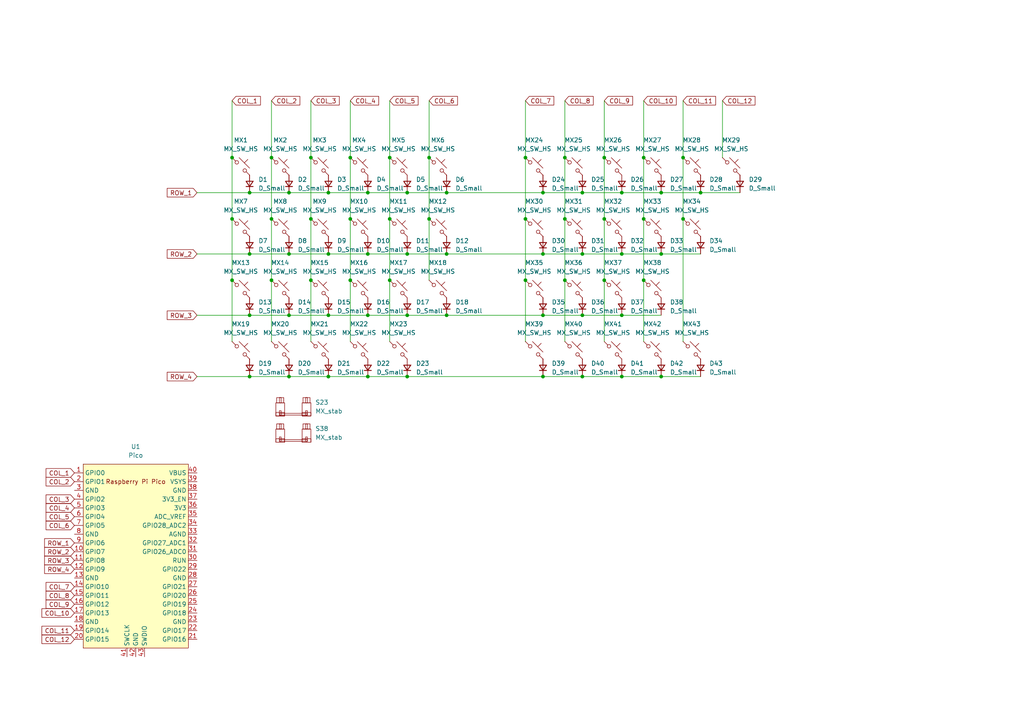
<source format=kicad_sch>
(kicad_sch (version 20230121) (generator eeschema)

  (uuid 57514e08-cbe9-4fb6-bea5-36d3d42e0a75)

  (paper "A4")

  (lib_symbols
    (symbol "Device:D_Small" (pin_numbers hide) (pin_names (offset 0.254) hide) (in_bom yes) (on_board yes)
      (property "Reference" "D" (at -1.27 2.032 0)
        (effects (font (size 1.27 1.27)) (justify left))
      )
      (property "Value" "D_Small" (at -3.81 -2.032 0)
        (effects (font (size 1.27 1.27)) (justify left))
      )
      (property "Footprint" "" (at 0 0 90)
        (effects (font (size 1.27 1.27)) hide)
      )
      (property "Datasheet" "~" (at 0 0 90)
        (effects (font (size 1.27 1.27)) hide)
      )
      (property "Sim.Device" "D" (at 0 0 0)
        (effects (font (size 1.27 1.27)) hide)
      )
      (property "Sim.Pins" "1=K 2=A" (at 0 0 0)
        (effects (font (size 1.27 1.27)) hide)
      )
      (property "ki_keywords" "diode" (at 0 0 0)
        (effects (font (size 1.27 1.27)) hide)
      )
      (property "ki_description" "Diode, small symbol" (at 0 0 0)
        (effects (font (size 1.27 1.27)) hide)
      )
      (property "ki_fp_filters" "TO-???* *_Diode_* *SingleDiode* D_*" (at 0 0 0)
        (effects (font (size 1.27 1.27)) hide)
      )
      (symbol "D_Small_0_1"
        (polyline
          (pts
            (xy -0.762 -1.016)
            (xy -0.762 1.016)
          )
          (stroke (width 0.254) (type default))
          (fill (type none))
        )
        (polyline
          (pts
            (xy -0.762 0)
            (xy 0.762 0)
          )
          (stroke (width 0) (type default))
          (fill (type none))
        )
        (polyline
          (pts
            (xy 0.762 -1.016)
            (xy -0.762 0)
            (xy 0.762 1.016)
            (xy 0.762 -1.016)
          )
          (stroke (width 0.254) (type default))
          (fill (type none))
        )
      )
      (symbol "D_Small_1_1"
        (pin passive line (at -2.54 0 0) (length 1.778)
          (name "K" (effects (font (size 1.27 1.27))))
          (number "1" (effects (font (size 1.27 1.27))))
        )
        (pin passive line (at 2.54 0 180) (length 1.778)
          (name "A" (effects (font (size 1.27 1.27))))
          (number "2" (effects (font (size 1.27 1.27))))
        )
      )
    )
    (symbol "MCU_RaspberryPi_and_Boards:Pico" (in_bom yes) (on_board yes)
      (property "Reference" "U" (at -13.97 27.94 0)
        (effects (font (size 1.27 1.27)))
      )
      (property "Value" "Pico" (at 0 19.05 0)
        (effects (font (size 1.27 1.27)))
      )
      (property "Footprint" "RPi_Pico:RPi_Pico_SMD_TH" (at 0 0 90)
        (effects (font (size 1.27 1.27)) hide)
      )
      (property "Datasheet" "" (at 0 0 0)
        (effects (font (size 1.27 1.27)) hide)
      )
      (symbol "Pico_0_0"
        (text "Raspberry Pi Pico" (at 0 21.59 0)
          (effects (font (size 1.27 1.27)))
        )
      )
      (symbol "Pico_0_1"
        (rectangle (start -15.24 26.67) (end 15.24 -26.67)
          (stroke (width 0) (type default))
          (fill (type background))
        )
      )
      (symbol "Pico_1_1"
        (pin bidirectional line (at -17.78 24.13 0) (length 2.54)
          (name "GPIO0" (effects (font (size 1.27 1.27))))
          (number "1" (effects (font (size 1.27 1.27))))
        )
        (pin bidirectional line (at -17.78 1.27 0) (length 2.54)
          (name "GPIO7" (effects (font (size 1.27 1.27))))
          (number "10" (effects (font (size 1.27 1.27))))
        )
        (pin bidirectional line (at -17.78 -1.27 0) (length 2.54)
          (name "GPIO8" (effects (font (size 1.27 1.27))))
          (number "11" (effects (font (size 1.27 1.27))))
        )
        (pin bidirectional line (at -17.78 -3.81 0) (length 2.54)
          (name "GPIO9" (effects (font (size 1.27 1.27))))
          (number "12" (effects (font (size 1.27 1.27))))
        )
        (pin power_in line (at -17.78 -6.35 0) (length 2.54)
          (name "GND" (effects (font (size 1.27 1.27))))
          (number "13" (effects (font (size 1.27 1.27))))
        )
        (pin bidirectional line (at -17.78 -8.89 0) (length 2.54)
          (name "GPIO10" (effects (font (size 1.27 1.27))))
          (number "14" (effects (font (size 1.27 1.27))))
        )
        (pin bidirectional line (at -17.78 -11.43 0) (length 2.54)
          (name "GPIO11" (effects (font (size 1.27 1.27))))
          (number "15" (effects (font (size 1.27 1.27))))
        )
        (pin bidirectional line (at -17.78 -13.97 0) (length 2.54)
          (name "GPIO12" (effects (font (size 1.27 1.27))))
          (number "16" (effects (font (size 1.27 1.27))))
        )
        (pin bidirectional line (at -17.78 -16.51 0) (length 2.54)
          (name "GPIO13" (effects (font (size 1.27 1.27))))
          (number "17" (effects (font (size 1.27 1.27))))
        )
        (pin power_in line (at -17.78 -19.05 0) (length 2.54)
          (name "GND" (effects (font (size 1.27 1.27))))
          (number "18" (effects (font (size 1.27 1.27))))
        )
        (pin bidirectional line (at -17.78 -21.59 0) (length 2.54)
          (name "GPIO14" (effects (font (size 1.27 1.27))))
          (number "19" (effects (font (size 1.27 1.27))))
        )
        (pin bidirectional line (at -17.78 21.59 0) (length 2.54)
          (name "GPIO1" (effects (font (size 1.27 1.27))))
          (number "2" (effects (font (size 1.27 1.27))))
        )
        (pin bidirectional line (at -17.78 -24.13 0) (length 2.54)
          (name "GPIO15" (effects (font (size 1.27 1.27))))
          (number "20" (effects (font (size 1.27 1.27))))
        )
        (pin bidirectional line (at 17.78 -24.13 180) (length 2.54)
          (name "GPIO16" (effects (font (size 1.27 1.27))))
          (number "21" (effects (font (size 1.27 1.27))))
        )
        (pin bidirectional line (at 17.78 -21.59 180) (length 2.54)
          (name "GPIO17" (effects (font (size 1.27 1.27))))
          (number "22" (effects (font (size 1.27 1.27))))
        )
        (pin power_in line (at 17.78 -19.05 180) (length 2.54)
          (name "GND" (effects (font (size 1.27 1.27))))
          (number "23" (effects (font (size 1.27 1.27))))
        )
        (pin bidirectional line (at 17.78 -16.51 180) (length 2.54)
          (name "GPIO18" (effects (font (size 1.27 1.27))))
          (number "24" (effects (font (size 1.27 1.27))))
        )
        (pin bidirectional line (at 17.78 -13.97 180) (length 2.54)
          (name "GPIO19" (effects (font (size 1.27 1.27))))
          (number "25" (effects (font (size 1.27 1.27))))
        )
        (pin bidirectional line (at 17.78 -11.43 180) (length 2.54)
          (name "GPIO20" (effects (font (size 1.27 1.27))))
          (number "26" (effects (font (size 1.27 1.27))))
        )
        (pin bidirectional line (at 17.78 -8.89 180) (length 2.54)
          (name "GPIO21" (effects (font (size 1.27 1.27))))
          (number "27" (effects (font (size 1.27 1.27))))
        )
        (pin power_in line (at 17.78 -6.35 180) (length 2.54)
          (name "GND" (effects (font (size 1.27 1.27))))
          (number "28" (effects (font (size 1.27 1.27))))
        )
        (pin bidirectional line (at 17.78 -3.81 180) (length 2.54)
          (name "GPIO22" (effects (font (size 1.27 1.27))))
          (number "29" (effects (font (size 1.27 1.27))))
        )
        (pin power_in line (at -17.78 19.05 0) (length 2.54)
          (name "GND" (effects (font (size 1.27 1.27))))
          (number "3" (effects (font (size 1.27 1.27))))
        )
        (pin input line (at 17.78 -1.27 180) (length 2.54)
          (name "RUN" (effects (font (size 1.27 1.27))))
          (number "30" (effects (font (size 1.27 1.27))))
        )
        (pin bidirectional line (at 17.78 1.27 180) (length 2.54)
          (name "GPIO26_ADC0" (effects (font (size 1.27 1.27))))
          (number "31" (effects (font (size 1.27 1.27))))
        )
        (pin bidirectional line (at 17.78 3.81 180) (length 2.54)
          (name "GPIO27_ADC1" (effects (font (size 1.27 1.27))))
          (number "32" (effects (font (size 1.27 1.27))))
        )
        (pin power_in line (at 17.78 6.35 180) (length 2.54)
          (name "AGND" (effects (font (size 1.27 1.27))))
          (number "33" (effects (font (size 1.27 1.27))))
        )
        (pin bidirectional line (at 17.78 8.89 180) (length 2.54)
          (name "GPIO28_ADC2" (effects (font (size 1.27 1.27))))
          (number "34" (effects (font (size 1.27 1.27))))
        )
        (pin power_in line (at 17.78 11.43 180) (length 2.54)
          (name "ADC_VREF" (effects (font (size 1.27 1.27))))
          (number "35" (effects (font (size 1.27 1.27))))
        )
        (pin power_in line (at 17.78 13.97 180) (length 2.54)
          (name "3V3" (effects (font (size 1.27 1.27))))
          (number "36" (effects (font (size 1.27 1.27))))
        )
        (pin input line (at 17.78 16.51 180) (length 2.54)
          (name "3V3_EN" (effects (font (size 1.27 1.27))))
          (number "37" (effects (font (size 1.27 1.27))))
        )
        (pin bidirectional line (at 17.78 19.05 180) (length 2.54)
          (name "GND" (effects (font (size 1.27 1.27))))
          (number "38" (effects (font (size 1.27 1.27))))
        )
        (pin power_in line (at 17.78 21.59 180) (length 2.54)
          (name "VSYS" (effects (font (size 1.27 1.27))))
          (number "39" (effects (font (size 1.27 1.27))))
        )
        (pin bidirectional line (at -17.78 16.51 0) (length 2.54)
          (name "GPIO2" (effects (font (size 1.27 1.27))))
          (number "4" (effects (font (size 1.27 1.27))))
        )
        (pin power_in line (at 17.78 24.13 180) (length 2.54)
          (name "VBUS" (effects (font (size 1.27 1.27))))
          (number "40" (effects (font (size 1.27 1.27))))
        )
        (pin input line (at -2.54 -29.21 90) (length 2.54)
          (name "SWCLK" (effects (font (size 1.27 1.27))))
          (number "41" (effects (font (size 1.27 1.27))))
        )
        (pin power_in line (at 0 -29.21 90) (length 2.54)
          (name "GND" (effects (font (size 1.27 1.27))))
          (number "42" (effects (font (size 1.27 1.27))))
        )
        (pin bidirectional line (at 2.54 -29.21 90) (length 2.54)
          (name "SWDIO" (effects (font (size 1.27 1.27))))
          (number "43" (effects (font (size 1.27 1.27))))
        )
        (pin bidirectional line (at -17.78 13.97 0) (length 2.54)
          (name "GPIO3" (effects (font (size 1.27 1.27))))
          (number "5" (effects (font (size 1.27 1.27))))
        )
        (pin bidirectional line (at -17.78 11.43 0) (length 2.54)
          (name "GPIO4" (effects (font (size 1.27 1.27))))
          (number "6" (effects (font (size 1.27 1.27))))
        )
        (pin bidirectional line (at -17.78 8.89 0) (length 2.54)
          (name "GPIO5" (effects (font (size 1.27 1.27))))
          (number "7" (effects (font (size 1.27 1.27))))
        )
        (pin power_in line (at -17.78 6.35 0) (length 2.54)
          (name "GND" (effects (font (size 1.27 1.27))))
          (number "8" (effects (font (size 1.27 1.27))))
        )
        (pin bidirectional line (at -17.78 3.81 0) (length 2.54)
          (name "GPIO6" (effects (font (size 1.27 1.27))))
          (number "9" (effects (font (size 1.27 1.27))))
        )
      )
    )
    (symbol "PCM_marbastlib-mx:MX_SW_HS" (pin_numbers hide) (pin_names (offset 1.016) hide) (in_bom yes) (on_board yes)
      (property "Reference" "MX" (at 3.048 1.016 0)
        (effects (font (size 1.27 1.27)) (justify left))
      )
      (property "Value" "MX_SW_HS" (at 0 -3.81 0)
        (effects (font (size 1.27 1.27)))
      )
      (property "Footprint" "PCM_marbastlib-mx:SW_MX_HS_1u" (at 0 0 0)
        (effects (font (size 1.27 1.27)) hide)
      )
      (property "Datasheet" "~" (at 0 0 0)
        (effects (font (size 1.27 1.27)) hide)
      )
      (property "ki_keywords" "switch normally-open pushbutton push-button" (at 0 0 0)
        (effects (font (size 1.27 1.27)) hide)
      )
      (property "ki_description" "Push button switch, normally open, two pins, 45° tilted" (at 0 0 0)
        (effects (font (size 1.27 1.27)) hide)
      )
      (symbol "MX_SW_HS_0_1"
        (circle (center -1.1684 1.1684) (radius 0.508)
          (stroke (width 0) (type default))
          (fill (type none))
        )
        (polyline
          (pts
            (xy -0.508 2.54)
            (xy 2.54 -0.508)
          )
          (stroke (width 0) (type default))
          (fill (type none))
        )
        (polyline
          (pts
            (xy 1.016 1.016)
            (xy 2.032 2.032)
          )
          (stroke (width 0) (type default))
          (fill (type none))
        )
        (polyline
          (pts
            (xy -2.54 2.54)
            (xy -1.524 1.524)
            (xy -1.524 1.524)
          )
          (stroke (width 0) (type default))
          (fill (type none))
        )
        (polyline
          (pts
            (xy 1.524 -1.524)
            (xy 2.54 -2.54)
            (xy 2.54 -2.54)
            (xy 2.54 -2.54)
          )
          (stroke (width 0) (type default))
          (fill (type none))
        )
        (circle (center 1.143 -1.1938) (radius 0.508)
          (stroke (width 0) (type default))
          (fill (type none))
        )
        (pin passive line (at -2.54 2.54 0) (length 0)
          (name "1" (effects (font (size 1.27 1.27))))
          (number "1" (effects (font (size 1.27 1.27))))
        )
        (pin passive line (at 2.54 -2.54 180) (length 0)
          (name "2" (effects (font (size 1.27 1.27))))
          (number "2" (effects (font (size 1.27 1.27))))
        )
      )
    )
    (symbol "PCM_marbastlib-mx:MX_stab" (pin_names (offset 1.016)) (in_bom yes) (on_board yes)
      (property "Reference" "S" (at -5.08 6.35 0)
        (effects (font (size 1.27 1.27)) (justify left))
      )
      (property "Value" "MX_stab" (at -5.08 3.81 0)
        (effects (font (size 1.27 1.27)) (justify left))
      )
      (property "Footprint" "PCM_marbastlib-mx:STAB_MX_P_6.25u" (at 0 0 0)
        (effects (font (size 1.27 1.27)) hide)
      )
      (property "Datasheet" "" (at 0 0 0)
        (effects (font (size 1.27 1.27)) hide)
      )
      (property "ki_keywords" "cherry mx stabilizer stab" (at 0 0 0)
        (effects (font (size 1.27 1.27)) hide)
      )
      (property "ki_description" "Cherry MX-style stabilizer" (at 0 0 0)
        (effects (font (size 1.27 1.27)) hide)
      )
      (symbol "MX_stab_0_1"
        (rectangle (start -5.08 -1.524) (end -2.54 -2.54)
          (stroke (width 0) (type default))
          (fill (type none))
        )
        (rectangle (start -5.08 1.27) (end -2.54 -2.54)
          (stroke (width 0) (type default))
          (fill (type none))
        )
        (rectangle (start -4.826 2.794) (end -2.794 1.27)
          (stroke (width 0) (type default))
          (fill (type none))
        )
        (rectangle (start -4.064 -2.286) (end -3.556 -1.016)
          (stroke (width 0) (type default))
          (fill (type none))
        )
        (rectangle (start -4.064 -1.778) (end 4.064 -2.286)
          (stroke (width 0) (type default))
          (fill (type none))
        )
        (rectangle (start -4.064 1.27) (end -3.556 2.794)
          (stroke (width 0) (type default))
          (fill (type none))
        )
        (rectangle (start 2.54 -1.524) (end 5.08 -2.54)
          (stroke (width 0) (type default))
          (fill (type none))
        )
        (rectangle (start 2.54 1.27) (end 5.08 -2.54)
          (stroke (width 0) (type default))
          (fill (type none))
        )
        (rectangle (start 2.794 2.794) (end 4.826 1.27)
          (stroke (width 0) (type default))
          (fill (type none))
        )
        (rectangle (start 3.556 1.27) (end 4.064 2.794)
          (stroke (width 0) (type default))
          (fill (type none))
        )
        (rectangle (start 4.064 -2.286) (end 3.556 -1.016)
          (stroke (width 0) (type default))
          (fill (type none))
        )
      )
    )
  )

  (junction (at 72.39 55.88) (diameter 0) (color 0 0 0 0)
    (uuid 03fcc0d1-67e5-4252-b035-03ff5e475cc3)
  )
  (junction (at 191.77 55.88) (diameter 0) (color 0 0 0 0)
    (uuid 10c7ae93-cf3b-4214-9ae0-102414d90c9a)
  )
  (junction (at 198.12 63.5) (diameter 0) (color 0 0 0 0)
    (uuid 11f9b209-0da7-4878-a5fb-d20b10ee7718)
  )
  (junction (at 95.25 109.22) (diameter 0) (color 0 0 0 0)
    (uuid 1537aa25-2d5c-43b6-b2d1-7ffdda4a04ad)
  )
  (junction (at 198.12 45.72) (diameter 0) (color 0 0 0 0)
    (uuid 16d41544-82f2-45ea-93a8-2985df9a41f1)
  )
  (junction (at 90.17 81.28) (diameter 0) (color 0 0 0 0)
    (uuid 1ac383c9-628e-4c0e-a64f-2ebb2239b4fd)
  )
  (junction (at 203.2 55.88) (diameter 0) (color 0 0 0 0)
    (uuid 23835aac-7db2-43e8-96ac-632c5a2a86e4)
  )
  (junction (at 191.77 109.22) (diameter 0) (color 0 0 0 0)
    (uuid 23d48cb5-629c-4320-a211-a478fe8e3a4b)
  )
  (junction (at 106.68 91.44) (diameter 0) (color 0 0 0 0)
    (uuid 25510df7-6fe6-49d3-8451-df98b384aecd)
  )
  (junction (at 186.69 81.28) (diameter 0) (color 0 0 0 0)
    (uuid 27f87fbe-7161-4975-8538-b04aaa3ba481)
  )
  (junction (at 180.34 73.66) (diameter 0) (color 0 0 0 0)
    (uuid 280d2390-3bab-4478-8c6f-01f88444a6db)
  )
  (junction (at 83.82 91.44) (diameter 0) (color 0 0 0 0)
    (uuid 2b7d2791-3387-46a6-a4fd-4ffc44069660)
  )
  (junction (at 67.31 81.28) (diameter 0) (color 0 0 0 0)
    (uuid 30449a42-5408-4c58-b19b-99dd81a32fa5)
  )
  (junction (at 152.4 63.5) (diameter 0) (color 0 0 0 0)
    (uuid 42525db3-6d1e-415c-9250-00f5f77f8ea8)
  )
  (junction (at 72.39 109.22) (diameter 0) (color 0 0 0 0)
    (uuid 45eee286-8223-4ae7-9127-07b8041f5c62)
  )
  (junction (at 90.17 63.5) (diameter 0) (color 0 0 0 0)
    (uuid 4c7e10f0-9654-4c72-801e-086ceeb06270)
  )
  (junction (at 168.91 109.22) (diameter 0) (color 0 0 0 0)
    (uuid 4f4fe9d1-80ba-433f-b22c-2407c9646158)
  )
  (junction (at 67.31 63.5) (diameter 0) (color 0 0 0 0)
    (uuid 51aa2f21-c980-49c5-8baf-9497e811e91b)
  )
  (junction (at 113.03 81.28) (diameter 0) (color 0 0 0 0)
    (uuid 5884f176-13f0-4eee-8e57-7dbbc1d62641)
  )
  (junction (at 129.54 91.44) (diameter 0) (color 0 0 0 0)
    (uuid 5f7516f7-8f34-4246-b075-9f15f88cb372)
  )
  (junction (at 101.6 45.72) (diameter 0) (color 0 0 0 0)
    (uuid 611d0f59-cbf2-408a-93c9-bf38f394ef65)
  )
  (junction (at 113.03 45.72) (diameter 0) (color 0 0 0 0)
    (uuid 64bef75c-4834-4ed8-a25b-e55e7e4e35af)
  )
  (junction (at 101.6 81.28) (diameter 0) (color 0 0 0 0)
    (uuid 65060998-d3e2-41b2-959a-ed55b6dac753)
  )
  (junction (at 72.39 73.66) (diameter 0) (color 0 0 0 0)
    (uuid 6771626a-c5cb-4400-900d-745fd5784b77)
  )
  (junction (at 168.91 73.66) (diameter 0) (color 0 0 0 0)
    (uuid 6c47fced-836f-42da-ab88-f16c297f4eb2)
  )
  (junction (at 78.74 45.72) (diameter 0) (color 0 0 0 0)
    (uuid 6c5455dd-6add-46d9-91bd-eb5b7cbf11bc)
  )
  (junction (at 175.26 81.28) (diameter 0) (color 0 0 0 0)
    (uuid 6c7c9511-561f-4a2a-8fdb-efc0217b328d)
  )
  (junction (at 152.4 45.72) (diameter 0) (color 0 0 0 0)
    (uuid 72f97b04-9fd3-4e30-847b-f8b05f7187fa)
  )
  (junction (at 118.11 55.88) (diameter 0) (color 0 0 0 0)
    (uuid 7ef68b3c-b80e-4a9f-8ff9-9aa8c16ebb87)
  )
  (junction (at 95.25 73.66) (diameter 0) (color 0 0 0 0)
    (uuid 7fa22718-54b7-4d00-b06b-2e7a36e457f5)
  )
  (junction (at 83.82 73.66) (diameter 0) (color 0 0 0 0)
    (uuid 89275ac7-1739-4cef-ae03-f6ad39812211)
  )
  (junction (at 124.46 45.72) (diameter 0) (color 0 0 0 0)
    (uuid 8acf2c1b-b766-4826-be2b-da3445c2d3d3)
  )
  (junction (at 101.6 63.5) (diameter 0) (color 0 0 0 0)
    (uuid 8e7f7125-37c0-4e36-b02b-b9b3f6682aac)
  )
  (junction (at 83.82 109.22) (diameter 0) (color 0 0 0 0)
    (uuid 90deb7f3-e42f-4803-aead-6b978b658eb4)
  )
  (junction (at 168.91 91.44) (diameter 0) (color 0 0 0 0)
    (uuid 91584b49-5b6a-400b-aadf-513f31e2647b)
  )
  (junction (at 118.11 109.22) (diameter 0) (color 0 0 0 0)
    (uuid 92082fc9-1dae-4b89-94b6-e1549c038a4b)
  )
  (junction (at 113.03 63.5) (diameter 0) (color 0 0 0 0)
    (uuid 9b8b49ff-f0be-44e6-a1cf-1a7ba7728857)
  )
  (junction (at 175.26 45.72) (diameter 0) (color 0 0 0 0)
    (uuid 9d6e6f38-6014-4b6a-a77c-c31bbfe2074b)
  )
  (junction (at 157.48 73.66) (diameter 0) (color 0 0 0 0)
    (uuid a343445b-5fde-4b71-b123-b16a2d6f4a2c)
  )
  (junction (at 118.11 91.44) (diameter 0) (color 0 0 0 0)
    (uuid a53f1cfe-6466-4180-8ffd-28bca7af6cd4)
  )
  (junction (at 83.82 55.88) (diameter 0) (color 0 0 0 0)
    (uuid a7fdf8bd-6416-4a57-90ef-970ad56761c5)
  )
  (junction (at 180.34 91.44) (diameter 0) (color 0 0 0 0)
    (uuid af45b63d-f41c-4f2a-a4d2-08286f5c5bbe)
  )
  (junction (at 95.25 91.44) (diameter 0) (color 0 0 0 0)
    (uuid b124bad0-f4f6-4f3e-a523-68a1dc665f87)
  )
  (junction (at 90.17 45.72) (diameter 0) (color 0 0 0 0)
    (uuid b476d977-432c-437e-b3e7-ee89023bf2b1)
  )
  (junction (at 163.83 45.72) (diameter 0) (color 0 0 0 0)
    (uuid b63f2ff3-bd20-4d79-af04-5066d21fab1f)
  )
  (junction (at 106.68 109.22) (diameter 0) (color 0 0 0 0)
    (uuid b915ef09-3e13-4158-978e-691753431c94)
  )
  (junction (at 129.54 73.66) (diameter 0) (color 0 0 0 0)
    (uuid baeb7b54-86f6-4889-ac4f-39c8f9fb127b)
  )
  (junction (at 180.34 55.88) (diameter 0) (color 0 0 0 0)
    (uuid bc544b47-5d67-4336-9bb3-2ff0a857d1b6)
  )
  (junction (at 152.4 81.28) (diameter 0) (color 0 0 0 0)
    (uuid be81c601-611e-4617-9563-26ae50bef3c1)
  )
  (junction (at 163.83 63.5) (diameter 0) (color 0 0 0 0)
    (uuid c2317b7e-f807-4a8f-b894-f30f05649b7f)
  )
  (junction (at 129.54 55.88) (diameter 0) (color 0 0 0 0)
    (uuid c40887f5-62bd-4f80-b556-152def1bc93b)
  )
  (junction (at 106.68 73.66) (diameter 0) (color 0 0 0 0)
    (uuid c705eecb-07d0-409d-9a07-b92d09fc4ede)
  )
  (junction (at 175.26 63.5) (diameter 0) (color 0 0 0 0)
    (uuid d201c43f-8b9c-4027-81e2-76448260e290)
  )
  (junction (at 168.91 55.88) (diameter 0) (color 0 0 0 0)
    (uuid d3b644cd-224b-4a62-9f90-182b29428225)
  )
  (junction (at 95.25 55.88) (diameter 0) (color 0 0 0 0)
    (uuid d3ca170b-c6fd-4e57-b713-70dd2ff3532b)
  )
  (junction (at 186.69 63.5) (diameter 0) (color 0 0 0 0)
    (uuid d3ee0ce7-ce95-4f1a-a4c7-7a83f472f90f)
  )
  (junction (at 72.39 91.44) (diameter 0) (color 0 0 0 0)
    (uuid d887bd61-ff8d-411c-9098-5c41c8970fe4)
  )
  (junction (at 157.48 91.44) (diameter 0) (color 0 0 0 0)
    (uuid d986240f-34ed-4912-a23f-87bedc22fa09)
  )
  (junction (at 157.48 55.88) (diameter 0) (color 0 0 0 0)
    (uuid dd37d715-947f-41d5-a723-47f25b011653)
  )
  (junction (at 191.77 73.66) (diameter 0) (color 0 0 0 0)
    (uuid e09d8d8f-7898-470a-bc5d-1ea94dbd02d2)
  )
  (junction (at 118.11 73.66) (diameter 0) (color 0 0 0 0)
    (uuid efd25f38-27e6-4a29-bbf3-0902a1d92a34)
  )
  (junction (at 163.83 81.28) (diameter 0) (color 0 0 0 0)
    (uuid f0e2df2a-ca09-4cc8-8e75-1b625fafe1ac)
  )
  (junction (at 186.69 45.72) (diameter 0) (color 0 0 0 0)
    (uuid f160a119-5374-4e22-ad09-0178002c57d1)
  )
  (junction (at 180.34 109.22) (diameter 0) (color 0 0 0 0)
    (uuid f16ecedd-e34f-4cad-8e76-13c120dedee8)
  )
  (junction (at 67.31 45.72) (diameter 0) (color 0 0 0 0)
    (uuid f1d8b1ec-9fd6-433c-9338-cd1cfe3e017d)
  )
  (junction (at 106.68 55.88) (diameter 0) (color 0 0 0 0)
    (uuid f20168c4-078d-43c6-960e-2941f6887c43)
  )
  (junction (at 78.74 63.5) (diameter 0) (color 0 0 0 0)
    (uuid f58bf791-1530-4e49-9c58-f791194cdeaa)
  )
  (junction (at 157.48 109.22) (diameter 0) (color 0 0 0 0)
    (uuid f5c9a6e9-6583-4120-80e7-9668f7d0e72e)
  )
  (junction (at 124.46 63.5) (diameter 0) (color 0 0 0 0)
    (uuid fc15ddc7-27f4-4c9f-a34d-3951198cd94e)
  )
  (junction (at 78.74 81.28) (diameter 0) (color 0 0 0 0)
    (uuid ff84f6f8-39f7-4ec4-9596-27b02c82752c)
  )

  (wire (pts (xy 78.74 45.72) (xy 78.74 63.5))
    (stroke (width 0) (type default))
    (uuid 0258ce7b-b442-4b4b-944b-eb0de0d54bbb)
  )
  (wire (pts (xy 163.83 45.72) (xy 163.83 63.5))
    (stroke (width 0) (type default))
    (uuid 08ec0cb5-94ae-4f7e-8e20-bfde74d52d30)
  )
  (wire (pts (xy 95.25 73.66) (xy 106.68 73.66))
    (stroke (width 0) (type default))
    (uuid 0aed4968-bc3c-4d8d-bdbf-82fa2ad1bd4e)
  )
  (wire (pts (xy 106.68 109.22) (xy 118.11 109.22))
    (stroke (width 0) (type default))
    (uuid 0e9c6896-2833-4719-840b-56f8e01aa4eb)
  )
  (wire (pts (xy 175.26 81.28) (xy 175.26 99.06))
    (stroke (width 0) (type default))
    (uuid 0ef1db5b-8b55-4c2b-a1e9-ce065229a5c9)
  )
  (wire (pts (xy 180.34 55.88) (xy 191.77 55.88))
    (stroke (width 0) (type default))
    (uuid 12433e8d-df2f-4a43-999e-f45b3ee3087d)
  )
  (wire (pts (xy 186.69 29.21) (xy 186.69 45.72))
    (stroke (width 0) (type default))
    (uuid 13ab0a54-d032-4dd9-b478-7ecbb665675e)
  )
  (wire (pts (xy 101.6 45.72) (xy 101.6 63.5))
    (stroke (width 0) (type default))
    (uuid 14b38157-d698-445b-9aa8-54b081c3ae81)
  )
  (wire (pts (xy 113.03 45.72) (xy 113.03 63.5))
    (stroke (width 0) (type default))
    (uuid 14fce0cc-31ad-44ab-8ca8-6658f7fc408f)
  )
  (wire (pts (xy 118.11 91.44) (xy 129.54 91.44))
    (stroke (width 0) (type default))
    (uuid 1591d41a-73cc-4779-8efe-f7b735b008d8)
  )
  (wire (pts (xy 118.11 55.88) (xy 129.54 55.88))
    (stroke (width 0) (type default))
    (uuid 1cbc3bf1-8aff-4041-b412-6803fb3bab45)
  )
  (wire (pts (xy 113.03 63.5) (xy 113.03 81.28))
    (stroke (width 0) (type default))
    (uuid 21ef4068-fc99-4214-a0b1-f31b710a94ac)
  )
  (wire (pts (xy 198.12 63.5) (xy 198.12 99.06))
    (stroke (width 0) (type default))
    (uuid 21ef59a7-de9d-46e3-93dc-dc6b48bdde13)
  )
  (wire (pts (xy 157.48 91.44) (xy 168.91 91.44))
    (stroke (width 0) (type default))
    (uuid 25304a0e-970b-4b1b-a321-b7844b7801b0)
  )
  (wire (pts (xy 72.39 91.44) (xy 83.82 91.44))
    (stroke (width 0) (type default))
    (uuid 26b2eb09-8ca2-46a4-9633-34c6611bcc6d)
  )
  (wire (pts (xy 180.34 91.44) (xy 191.77 91.44))
    (stroke (width 0) (type default))
    (uuid 278eaece-f44f-412d-bdfd-32cedc0259f0)
  )
  (wire (pts (xy 118.11 73.66) (xy 129.54 73.66))
    (stroke (width 0) (type default))
    (uuid 29c012dc-e027-461a-a2a3-dba70aa1beb0)
  )
  (wire (pts (xy 57.15 55.88) (xy 72.39 55.88))
    (stroke (width 0) (type default))
    (uuid 2fe28031-5930-44f6-9ad2-586047e64cc3)
  )
  (wire (pts (xy 124.46 29.21) (xy 124.46 45.72))
    (stroke (width 0) (type default))
    (uuid 3b7669c5-0c24-4a83-aad1-09b5f4ae18a5)
  )
  (wire (pts (xy 95.25 55.88) (xy 106.68 55.88))
    (stroke (width 0) (type default))
    (uuid 3dbafb2c-d994-43ec-8f8b-fb702cc32e93)
  )
  (wire (pts (xy 113.03 81.28) (xy 113.03 99.06))
    (stroke (width 0) (type default))
    (uuid 3f4819ff-a127-4c65-a7f8-278652fddea1)
  )
  (wire (pts (xy 124.46 63.5) (xy 124.46 81.28))
    (stroke (width 0) (type default))
    (uuid 44c51afb-04c6-4c45-b7cf-c9c44039b1e6)
  )
  (wire (pts (xy 157.48 109.22) (xy 168.91 109.22))
    (stroke (width 0) (type default))
    (uuid 462723b1-bf03-4545-80af-6a0269dc3f2d)
  )
  (wire (pts (xy 57.15 109.22) (xy 72.39 109.22))
    (stroke (width 0) (type default))
    (uuid 485b71e6-04c8-499a-99c7-75e373082ff0)
  )
  (wire (pts (xy 57.15 91.44) (xy 72.39 91.44))
    (stroke (width 0) (type default))
    (uuid 4a4eeb9a-6e17-44d7-bb02-e585a8eb08aa)
  )
  (wire (pts (xy 90.17 63.5) (xy 90.17 81.28))
    (stroke (width 0) (type default))
    (uuid 525d652f-a4c9-4a0e-84b0-bf3c49461cc1)
  )
  (wire (pts (xy 67.31 81.28) (xy 67.31 99.06))
    (stroke (width 0) (type default))
    (uuid 540d0c7e-d05e-42b6-b1b7-4b084454ace7)
  )
  (wire (pts (xy 163.83 63.5) (xy 163.83 81.28))
    (stroke (width 0) (type default))
    (uuid 56a80885-ca18-4125-8435-016c6a633d48)
  )
  (wire (pts (xy 129.54 91.44) (xy 157.48 91.44))
    (stroke (width 0) (type default))
    (uuid 5b353752-7547-4deb-8d67-f69127e11986)
  )
  (wire (pts (xy 186.69 63.5) (xy 186.69 81.28))
    (stroke (width 0) (type default))
    (uuid 5e2c5f17-3937-47fb-a12c-0071aadcef19)
  )
  (wire (pts (xy 106.68 91.44) (xy 118.11 91.44))
    (stroke (width 0) (type default))
    (uuid 601f4b95-df3b-4f23-a149-ba43d20c9ed2)
  )
  (wire (pts (xy 191.77 55.88) (xy 203.2 55.88))
    (stroke (width 0) (type default))
    (uuid 69a86d1e-8ff3-4200-a605-0f4de8ccfadd)
  )
  (wire (pts (xy 163.83 81.28) (xy 163.83 99.06))
    (stroke (width 0) (type default))
    (uuid 6a14ad59-a426-40e4-bbe8-940e5467dc3d)
  )
  (wire (pts (xy 72.39 109.22) (xy 83.82 109.22))
    (stroke (width 0) (type default))
    (uuid 6bd1b265-74e1-424e-a7ec-08a2323658cd)
  )
  (wire (pts (xy 57.15 73.66) (xy 72.39 73.66))
    (stroke (width 0) (type default))
    (uuid 6e5ce47d-f112-449a-a2b6-b1a9f063c518)
  )
  (wire (pts (xy 175.26 63.5) (xy 175.26 81.28))
    (stroke (width 0) (type default))
    (uuid 72200114-63d6-4825-a59f-5fd84922c32a)
  )
  (wire (pts (xy 83.82 109.22) (xy 95.25 109.22))
    (stroke (width 0) (type default))
    (uuid 74a99c6d-dd47-4e0b-9f3d-76533ab269d9)
  )
  (wire (pts (xy 67.31 45.72) (xy 67.31 63.5))
    (stroke (width 0) (type default))
    (uuid 74c97454-c24b-49cd-b4e6-9cc89e17ee57)
  )
  (wire (pts (xy 186.69 81.28) (xy 186.69 99.06))
    (stroke (width 0) (type default))
    (uuid 7aa9584e-f881-4839-a133-abbcd3a3345f)
  )
  (wire (pts (xy 129.54 73.66) (xy 157.48 73.66))
    (stroke (width 0) (type default))
    (uuid 8566c220-4c14-4cce-9eab-321c88d50894)
  )
  (wire (pts (xy 78.74 81.28) (xy 78.74 99.06))
    (stroke (width 0) (type default))
    (uuid 87d2598c-8f54-4368-bd2c-89bf70e2dcd3)
  )
  (wire (pts (xy 67.31 29.21) (xy 67.31 45.72))
    (stroke (width 0) (type default))
    (uuid 891518f2-2048-4149-b90a-d0f2668b255c)
  )
  (wire (pts (xy 90.17 45.72) (xy 90.17 29.21))
    (stroke (width 0) (type default))
    (uuid 8b92be8d-0400-4bdf-ae24-1071134dfb5a)
  )
  (wire (pts (xy 175.26 45.72) (xy 175.26 63.5))
    (stroke (width 0) (type default))
    (uuid 932021ce-98e7-4643-9a2c-5db00b41c12e)
  )
  (wire (pts (xy 78.74 29.21) (xy 78.74 45.72))
    (stroke (width 0) (type default))
    (uuid 95630fc0-2e4a-4e61-87af-7c27ad5cb8f9)
  )
  (wire (pts (xy 198.12 45.72) (xy 198.12 63.5))
    (stroke (width 0) (type default))
    (uuid 9978d85a-5f27-4f11-a4f4-8fe59d8e1a38)
  )
  (wire (pts (xy 83.82 73.66) (xy 95.25 73.66))
    (stroke (width 0) (type default))
    (uuid 99eb373f-5d3b-4a1a-97bb-7211ef60dd1d)
  )
  (wire (pts (xy 186.69 45.72) (xy 186.69 63.5))
    (stroke (width 0) (type default))
    (uuid 9e8eba67-381e-4127-90c8-ab95af6beed2)
  )
  (wire (pts (xy 152.4 81.28) (xy 152.4 99.06))
    (stroke (width 0) (type default))
    (uuid a1d739de-2f67-40b1-8374-e879b3903d80)
  )
  (wire (pts (xy 106.68 73.66) (xy 118.11 73.66))
    (stroke (width 0) (type default))
    (uuid a90b9083-46e6-4a74-a507-ff646a9fbdc0)
  )
  (wire (pts (xy 168.91 73.66) (xy 180.34 73.66))
    (stroke (width 0) (type default))
    (uuid ad83b022-f6e3-47e3-b076-4df9c22d7c62)
  )
  (wire (pts (xy 168.91 55.88) (xy 180.34 55.88))
    (stroke (width 0) (type default))
    (uuid ad8dd34a-1480-46c5-8765-acd1fd35557b)
  )
  (wire (pts (xy 95.25 109.22) (xy 106.68 109.22))
    (stroke (width 0) (type default))
    (uuid ae07d45a-cb72-4368-8e46-2e216cfb5f01)
  )
  (wire (pts (xy 191.77 73.66) (xy 203.2 73.66))
    (stroke (width 0) (type default))
    (uuid b67c8b69-dba0-4611-8c2e-5a262010d67a)
  )
  (wire (pts (xy 83.82 55.88) (xy 95.25 55.88))
    (stroke (width 0) (type default))
    (uuid b73ce95d-31f2-4610-b617-252c54f0a22c)
  )
  (wire (pts (xy 101.6 29.21) (xy 101.6 45.72))
    (stroke (width 0) (type default))
    (uuid baa1cd7f-a766-4c89-81e8-8af5d84ecd5b)
  )
  (wire (pts (xy 78.74 63.5) (xy 78.74 81.28))
    (stroke (width 0) (type default))
    (uuid bab4a591-e34f-42df-be76-8372e3494f76)
  )
  (wire (pts (xy 198.12 29.21) (xy 198.12 45.72))
    (stroke (width 0) (type default))
    (uuid baf6cf8e-28e1-4653-b1a7-69e904c58265)
  )
  (wire (pts (xy 90.17 81.28) (xy 90.17 99.06))
    (stroke (width 0) (type default))
    (uuid bc384341-b00b-46c1-bf7e-94ab7d744943)
  )
  (wire (pts (xy 157.48 55.88) (xy 168.91 55.88))
    (stroke (width 0) (type default))
    (uuid c07aa14c-f8a1-4f23-a86a-7f5b3e497f4e)
  )
  (wire (pts (xy 168.91 109.22) (xy 180.34 109.22))
    (stroke (width 0) (type default))
    (uuid c3a34885-01fb-4903-8e60-baa8820f09cc)
  )
  (wire (pts (xy 180.34 109.22) (xy 191.77 109.22))
    (stroke (width 0) (type default))
    (uuid c674ac3e-859a-410a-8a9c-ac0b5b54315d)
  )
  (wire (pts (xy 180.34 73.66) (xy 191.77 73.66))
    (stroke (width 0) (type default))
    (uuid c733153e-b849-461d-a064-d9299714b193)
  )
  (wire (pts (xy 101.6 81.28) (xy 101.6 99.06))
    (stroke (width 0) (type default))
    (uuid c97c294b-f488-447c-ae47-c83419a09d8b)
  )
  (wire (pts (xy 163.83 29.21) (xy 163.83 45.72))
    (stroke (width 0) (type default))
    (uuid cadeb384-a640-4110-bfb0-1400041461e1)
  )
  (wire (pts (xy 101.6 63.5) (xy 101.6 81.28))
    (stroke (width 0) (type default))
    (uuid cae5c262-82d9-487a-bb2c-840b326b6197)
  )
  (wire (pts (xy 106.68 55.88) (xy 118.11 55.88))
    (stroke (width 0) (type default))
    (uuid cf0a8260-449f-438f-83c7-687e0a31ac85)
  )
  (wire (pts (xy 152.4 45.72) (xy 152.4 63.5))
    (stroke (width 0) (type default))
    (uuid d1e1784f-b678-410f-9d8c-96850e072d10)
  )
  (wire (pts (xy 83.82 91.44) (xy 95.25 91.44))
    (stroke (width 0) (type default))
    (uuid d61f13ed-e658-43d1-ab3b-b82116fd0706)
  )
  (wire (pts (xy 67.31 63.5) (xy 67.31 81.28))
    (stroke (width 0) (type default))
    (uuid d811fd48-67ad-48c8-904f-e17019fe4ac7)
  )
  (wire (pts (xy 90.17 45.72) (xy 90.17 63.5))
    (stroke (width 0) (type default))
    (uuid d828422e-0621-4756-bd71-46a9c4c52bf5)
  )
  (wire (pts (xy 129.54 55.88) (xy 157.48 55.88))
    (stroke (width 0) (type default))
    (uuid d83c5bd9-7a48-4f26-819f-a3cea254c78c)
  )
  (wire (pts (xy 203.2 55.88) (xy 214.63 55.88))
    (stroke (width 0) (type default))
    (uuid e29b004d-a919-45b4-b03d-a9ccb168f903)
  )
  (wire (pts (xy 113.03 29.21) (xy 113.03 45.72))
    (stroke (width 0) (type default))
    (uuid e4cd3208-e79f-4478-9ec3-fdfd6755ea9b)
  )
  (wire (pts (xy 95.25 91.44) (xy 106.68 91.44))
    (stroke (width 0) (type default))
    (uuid e7ce95b2-c341-4033-a3bb-5be82c4f74e4)
  )
  (wire (pts (xy 152.4 63.5) (xy 152.4 81.28))
    (stroke (width 0) (type default))
    (uuid eadb0643-a630-4df2-b86a-568f3d875f9e)
  )
  (wire (pts (xy 209.55 29.21) (xy 209.55 45.72))
    (stroke (width 0) (type default))
    (uuid ecdc06bf-53e3-481c-b09c-c3072b13cf42)
  )
  (wire (pts (xy 175.26 29.21) (xy 175.26 45.72))
    (stroke (width 0) (type default))
    (uuid ed0d1702-1eaa-43b6-9641-efb2ccc01099)
  )
  (wire (pts (xy 157.48 73.66) (xy 168.91 73.66))
    (stroke (width 0) (type default))
    (uuid ef042e36-3d29-4090-96de-5203ff851f41)
  )
  (wire (pts (xy 72.39 55.88) (xy 83.82 55.88))
    (stroke (width 0) (type default))
    (uuid f1c8c88e-4c3c-427c-9627-43889a135d69)
  )
  (wire (pts (xy 118.11 109.22) (xy 157.48 109.22))
    (stroke (width 0) (type default))
    (uuid f4639cb1-fe70-4fd6-bd7d-edff2ec238c1)
  )
  (wire (pts (xy 72.39 73.66) (xy 83.82 73.66))
    (stroke (width 0) (type default))
    (uuid f9aaf5c0-e09f-4bb5-88a0-03da8ee9f4df)
  )
  (wire (pts (xy 124.46 45.72) (xy 124.46 63.5))
    (stroke (width 0) (type default))
    (uuid fc183316-5080-420f-9121-ad8f772182ac)
  )
  (wire (pts (xy 152.4 29.21) (xy 152.4 45.72))
    (stroke (width 0) (type default))
    (uuid fd162e74-fca8-4a5a-b23f-bcd1bec2ffbd)
  )
  (wire (pts (xy 168.91 91.44) (xy 180.34 91.44))
    (stroke (width 0) (type default))
    (uuid fde6f8c5-d917-4346-8220-1ca213f234b9)
  )
  (wire (pts (xy 191.77 109.22) (xy 203.2 109.22))
    (stroke (width 0) (type default))
    (uuid ffc4a7c0-c978-403e-b382-3169e672fb02)
  )

  (global_label "ROW_1" (shape input) (at 21.59 157.48 180) (fields_autoplaced)
    (effects (font (size 1.27 1.27)) (justify right))
    (uuid 07d04eea-ec4c-41f2-9714-a6c2093b2c60)
    (property "Intersheetrefs" "${INTERSHEET_REFS}" (at 12.3758 157.48 0)
      (effects (font (size 1.27 1.27)) (justify right) hide)
    )
  )
  (global_label "ROW_4" (shape input) (at 21.59 165.1 180) (fields_autoplaced)
    (effects (font (size 1.27 1.27)) (justify right))
    (uuid 106f753a-f93b-41f1-a2a8-9c8497525488)
    (property "Intersheetrefs" "${INTERSHEET_REFS}" (at 12.3758 165.1 0)
      (effects (font (size 1.27 1.27)) (justify right) hide)
    )
  )
  (global_label "COL_5" (shape input) (at 21.59 149.86 180) (fields_autoplaced)
    (effects (font (size 1.27 1.27)) (justify right))
    (uuid 113c7fa3-9c8c-49c3-abb0-627651c28586)
    (property "Intersheetrefs" "${INTERSHEET_REFS}" (at 12.7991 149.86 0)
      (effects (font (size 1.27 1.27)) (justify right) hide)
    )
  )
  (global_label "COL_4" (shape input) (at 21.59 147.32 180) (fields_autoplaced)
    (effects (font (size 1.27 1.27)) (justify right))
    (uuid 16952609-2f64-4b10-b5cc-13fca00aca56)
    (property "Intersheetrefs" "${INTERSHEET_REFS}" (at 12.7991 147.32 0)
      (effects (font (size 1.27 1.27)) (justify right) hide)
    )
  )
  (global_label "COL_7" (shape input) (at 21.59 170.18 180) (fields_autoplaced)
    (effects (font (size 1.27 1.27)) (justify right))
    (uuid 186f6f79-ef8f-4cd7-8dc6-7f8f307582f3)
    (property "Intersheetrefs" "${INTERSHEET_REFS}" (at 12.7991 170.18 0)
      (effects (font (size 1.27 1.27)) (justify right) hide)
    )
  )
  (global_label "COL_9" (shape input) (at 175.26 29.21 0) (fields_autoplaced)
    (effects (font (size 1.27 1.27)) (justify left))
    (uuid 265a74bc-ff2e-4899-9827-560d2a2c553a)
    (property "Intersheetrefs" "${INTERSHEET_REFS}" (at 184.0509 29.21 0)
      (effects (font (size 1.27 1.27)) (justify left) hide)
    )
  )
  (global_label "ROW_4" (shape input) (at 57.15 109.22 180) (fields_autoplaced)
    (effects (font (size 1.27 1.27)) (justify right))
    (uuid 2ae7acf0-e487-4ee6-906d-b932552ff0b7)
    (property "Intersheetrefs" "${INTERSHEET_REFS}" (at 47.9358 109.22 0)
      (effects (font (size 1.27 1.27)) (justify right) hide)
    )
  )
  (global_label "COL_1" (shape input) (at 67.31 29.21 0) (fields_autoplaced)
    (effects (font (size 1.27 1.27)) (justify left))
    (uuid 2ca2050d-e741-4c5f-89ea-9b42c717da36)
    (property "Intersheetrefs" "${INTERSHEET_REFS}" (at 76.1009 29.21 0)
      (effects (font (size 1.27 1.27)) (justify left) hide)
    )
  )
  (global_label "COL_12" (shape input) (at 209.55 29.21 0) (fields_autoplaced)
    (effects (font (size 1.27 1.27)) (justify left))
    (uuid 39de29c4-7aba-4cd7-81d8-ec8f60adaf60)
    (property "Intersheetrefs" "${INTERSHEET_REFS}" (at 219.5504 29.21 0)
      (effects (font (size 1.27 1.27)) (justify left) hide)
    )
  )
  (global_label "COL_4" (shape input) (at 101.6 29.21 0) (fields_autoplaced)
    (effects (font (size 1.27 1.27)) (justify left))
    (uuid 3d26788b-ff7a-445b-bce5-a85811c6af11)
    (property "Intersheetrefs" "${INTERSHEET_REFS}" (at 110.3909 29.21 0)
      (effects (font (size 1.27 1.27)) (justify left) hide)
    )
  )
  (global_label "COL_2" (shape input) (at 21.59 139.7 180) (fields_autoplaced)
    (effects (font (size 1.27 1.27)) (justify right))
    (uuid 3dd6c188-34c5-42ae-89fc-2c8d789a467e)
    (property "Intersheetrefs" "${INTERSHEET_REFS}" (at 12.7991 139.7 0)
      (effects (font (size 1.27 1.27)) (justify right) hide)
    )
  )
  (global_label "COL_3" (shape input) (at 21.59 144.78 180) (fields_autoplaced)
    (effects (font (size 1.27 1.27)) (justify right))
    (uuid 3e740173-a954-453c-adb9-6c4292bc8cba)
    (property "Intersheetrefs" "${INTERSHEET_REFS}" (at 12.7991 144.78 0)
      (effects (font (size 1.27 1.27)) (justify right) hide)
    )
  )
  (global_label "ROW_3" (shape input) (at 21.59 162.56 180) (fields_autoplaced)
    (effects (font (size 1.27 1.27)) (justify right))
    (uuid 41bd469d-3145-4704-a392-d7b6dc0595c3)
    (property "Intersheetrefs" "${INTERSHEET_REFS}" (at 12.3758 162.56 0)
      (effects (font (size 1.27 1.27)) (justify right) hide)
    )
  )
  (global_label "ROW_3" (shape input) (at 57.15 91.44 180) (fields_autoplaced)
    (effects (font (size 1.27 1.27)) (justify right))
    (uuid 43288541-ffa6-405b-a94f-b1122fcc6918)
    (property "Intersheetrefs" "${INTERSHEET_REFS}" (at 47.9358 91.44 0)
      (effects (font (size 1.27 1.27)) (justify right) hide)
    )
  )
  (global_label "COL_12" (shape input) (at 21.59 185.42 180) (fields_autoplaced)
    (effects (font (size 1.27 1.27)) (justify right))
    (uuid 4ff1ac66-f072-4b06-9577-9c381c89b574)
    (property "Intersheetrefs" "${INTERSHEET_REFS}" (at 11.5896 185.42 0)
      (effects (font (size 1.27 1.27)) (justify right) hide)
    )
  )
  (global_label "COL_8" (shape input) (at 163.83 29.21 0) (fields_autoplaced)
    (effects (font (size 1.27 1.27)) (justify left))
    (uuid 5a742151-d771-431d-9153-a31355f4d719)
    (property "Intersheetrefs" "${INTERSHEET_REFS}" (at 172.6209 29.21 0)
      (effects (font (size 1.27 1.27)) (justify left) hide)
    )
  )
  (global_label "COL_2" (shape input) (at 78.74 29.21 0) (fields_autoplaced)
    (effects (font (size 1.27 1.27)) (justify left))
    (uuid 6101edda-323d-414a-8f6b-67cfe0360f9e)
    (property "Intersheetrefs" "${INTERSHEET_REFS}" (at 87.5309 29.21 0)
      (effects (font (size 1.27 1.27)) (justify left) hide)
    )
  )
  (global_label "COL_11" (shape input) (at 21.59 182.88 180) (fields_autoplaced)
    (effects (font (size 1.27 1.27)) (justify right))
    (uuid 64c7bfaa-33c1-4171-a207-5d10f99f45e5)
    (property "Intersheetrefs" "${INTERSHEET_REFS}" (at 11.5896 182.88 0)
      (effects (font (size 1.27 1.27)) (justify right) hide)
    )
  )
  (global_label "COL_10" (shape input) (at 186.69 29.21 0) (fields_autoplaced)
    (effects (font (size 1.27 1.27)) (justify left))
    (uuid 698a4643-b319-4137-99da-b8ae2d8a80ec)
    (property "Intersheetrefs" "${INTERSHEET_REFS}" (at 196.6904 29.21 0)
      (effects (font (size 1.27 1.27)) (justify left) hide)
    )
  )
  (global_label "ROW_2" (shape input) (at 21.59 160.02 180) (fields_autoplaced)
    (effects (font (size 1.27 1.27)) (justify right))
    (uuid 6b7dd25c-efc4-4a22-86ec-709eb56f0a55)
    (property "Intersheetrefs" "${INTERSHEET_REFS}" (at 12.3758 160.02 0)
      (effects (font (size 1.27 1.27)) (justify right) hide)
    )
  )
  (global_label "COL_11" (shape input) (at 198.12 29.21 0) (fields_autoplaced)
    (effects (font (size 1.27 1.27)) (justify left))
    (uuid 6c7883f4-fce5-43f8-8c75-54459ec62cb7)
    (property "Intersheetrefs" "${INTERSHEET_REFS}" (at 208.1204 29.21 0)
      (effects (font (size 1.27 1.27)) (justify left) hide)
    )
  )
  (global_label "COL_9" (shape input) (at 21.59 175.26 180) (fields_autoplaced)
    (effects (font (size 1.27 1.27)) (justify right))
    (uuid 73b967f9-9a4c-4a63-bab9-52241b7158fb)
    (property "Intersheetrefs" "${INTERSHEET_REFS}" (at 12.7991 175.26 0)
      (effects (font (size 1.27 1.27)) (justify right) hide)
    )
  )
  (global_label "ROW_2" (shape input) (at 57.15 73.66 180) (fields_autoplaced)
    (effects (font (size 1.27 1.27)) (justify right))
    (uuid 94b41b61-73e5-443b-845e-a0e073448c67)
    (property "Intersheetrefs" "${INTERSHEET_REFS}" (at 47.9358 73.66 0)
      (effects (font (size 1.27 1.27)) (justify right) hide)
    )
  )
  (global_label "COL_6" (shape input) (at 21.59 152.4 180) (fields_autoplaced)
    (effects (font (size 1.27 1.27)) (justify right))
    (uuid 9fcb9e37-3172-4bc9-abbd-06cf43dc10d3)
    (property "Intersheetrefs" "${INTERSHEET_REFS}" (at 12.7991 152.4 0)
      (effects (font (size 1.27 1.27)) (justify right) hide)
    )
  )
  (global_label "COL_7" (shape input) (at 152.4 29.21 0) (fields_autoplaced)
    (effects (font (size 1.27 1.27)) (justify left))
    (uuid a3eccc56-2c17-4094-9a98-b9d4a82ca67b)
    (property "Intersheetrefs" "${INTERSHEET_REFS}" (at 161.1909 29.21 0)
      (effects (font (size 1.27 1.27)) (justify left) hide)
    )
  )
  (global_label "ROW_1" (shape input) (at 57.15 55.88 180) (fields_autoplaced)
    (effects (font (size 1.27 1.27)) (justify right))
    (uuid a5380f4b-686f-4776-b45f-2c0b229e2526)
    (property "Intersheetrefs" "${INTERSHEET_REFS}" (at 47.9358 55.88 0)
      (effects (font (size 1.27 1.27)) (justify right) hide)
    )
  )
  (global_label "COL_8" (shape input) (at 21.59 172.72 180) (fields_autoplaced)
    (effects (font (size 1.27 1.27)) (justify right))
    (uuid bebb52a2-0215-4193-bf22-01f673bb7163)
    (property "Intersheetrefs" "${INTERSHEET_REFS}" (at 12.7991 172.72 0)
      (effects (font (size 1.27 1.27)) (justify right) hide)
    )
  )
  (global_label "COL_10" (shape input) (at 21.59 177.8 180) (fields_autoplaced)
    (effects (font (size 1.27 1.27)) (justify right))
    (uuid c7eaca0e-6964-4936-890c-c1569ea5187a)
    (property "Intersheetrefs" "${INTERSHEET_REFS}" (at 11.5896 177.8 0)
      (effects (font (size 1.27 1.27)) (justify right) hide)
    )
  )
  (global_label "COL_1" (shape input) (at 21.59 137.16 180) (fields_autoplaced)
    (effects (font (size 1.27 1.27)) (justify right))
    (uuid d833733e-a4a3-4662-a59d-9d6e557df2aa)
    (property "Intersheetrefs" "${INTERSHEET_REFS}" (at 12.7991 137.16 0)
      (effects (font (size 1.27 1.27)) (justify right) hide)
    )
  )
  (global_label "COL_5" (shape input) (at 113.03 29.21 0) (fields_autoplaced)
    (effects (font (size 1.27 1.27)) (justify left))
    (uuid d8f7fd79-05bb-4929-9eff-9b4e2964679b)
    (property "Intersheetrefs" "${INTERSHEET_REFS}" (at 121.8209 29.21 0)
      (effects (font (size 1.27 1.27)) (justify left) hide)
    )
  )
  (global_label "COL_6" (shape input) (at 124.46 29.21 0) (fields_autoplaced)
    (effects (font (size 1.27 1.27)) (justify left))
    (uuid e4df3f37-77a9-4910-8ec7-91cdd8890d52)
    (property "Intersheetrefs" "${INTERSHEET_REFS}" (at 133.2509 29.21 0)
      (effects (font (size 1.27 1.27)) (justify left) hide)
    )
  )
  (global_label "COL_3" (shape input) (at 90.17 29.21 0) (fields_autoplaced)
    (effects (font (size 1.27 1.27)) (justify left))
    (uuid fe51d9d0-ac39-427c-98d6-011f02aaf64d)
    (property "Intersheetrefs" "${INTERSHEET_REFS}" (at 98.9609 29.21 0)
      (effects (font (size 1.27 1.27)) (justify left) hide)
    )
  )

  (symbol (lib_id "Device:D_Small") (at 118.11 88.9 90) (unit 1)
    (in_bom yes) (on_board yes) (dnp no) (fields_autoplaced)
    (uuid 01f3a6bd-baae-431a-a722-899d6e598215)
    (property "Reference" "D17" (at 120.65 87.63 90)
      (effects (font (size 1.27 1.27)) (justify right))
    )
    (property "Value" "D_Small" (at 120.65 90.17 90)
      (effects (font (size 1.27 1.27)) (justify right))
    )
    (property "Footprint" "Diode_SMD:D_SOD-123" (at 118.11 88.9 90)
      (effects (font (size 1.27 1.27)) hide)
    )
    (property "Datasheet" "~" (at 118.11 88.9 90)
      (effects (font (size 1.27 1.27)) hide)
    )
    (property "Sim.Device" "D" (at 118.11 88.9 0)
      (effects (font (size 1.27 1.27)) hide)
    )
    (property "Sim.Pins" "1=K 2=A" (at 118.11 88.9 0)
      (effects (font (size 1.27 1.27)) hide)
    )
    (pin "1" (uuid d41fe1a1-8478-425a-bed4-1a7c6c9572f9))
    (pin "2" (uuid 7c6a03a9-530c-4480-a263-1378d0882143))
    (instances
      (project "j6n43_kicad"
        (path "/57514e08-cbe9-4fb6-bea5-36d3d42e0a75"
          (reference "D17") (unit 1)
        )
      )
    )
  )

  (symbol (lib_id "Device:D_Small") (at 83.82 53.34 90) (unit 1)
    (in_bom yes) (on_board yes) (dnp no) (fields_autoplaced)
    (uuid 059758d8-31a0-4c2d-92b0-b2c6d9af0c01)
    (property "Reference" "D2" (at 86.36 52.07 90)
      (effects (font (size 1.27 1.27)) (justify right))
    )
    (property "Value" "D_Small" (at 86.36 54.61 90)
      (effects (font (size 1.27 1.27)) (justify right))
    )
    (property "Footprint" "Diode_SMD:D_SOD-123" (at 83.82 53.34 90)
      (effects (font (size 1.27 1.27)) hide)
    )
    (property "Datasheet" "~" (at 83.82 53.34 90)
      (effects (font (size 1.27 1.27)) hide)
    )
    (property "Sim.Device" "D" (at 83.82 53.34 0)
      (effects (font (size 1.27 1.27)) hide)
    )
    (property "Sim.Pins" "1=K 2=A" (at 83.82 53.34 0)
      (effects (font (size 1.27 1.27)) hide)
    )
    (pin "1" (uuid 514df5ae-19fe-4191-9d92-8bf9fa8ce51d))
    (pin "2" (uuid d77f7dbc-7795-4fe9-855d-7a48813a496c))
    (instances
      (project "j6n43_kicad"
        (path "/57514e08-cbe9-4fb6-bea5-36d3d42e0a75"
          (reference "D2") (unit 1)
        )
      )
    )
  )

  (symbol (lib_id "PCM_marbastlib-mx:MX_SW_HS") (at 104.14 48.26 0) (unit 1)
    (in_bom yes) (on_board yes) (dnp no) (fields_autoplaced)
    (uuid 073b3885-11fb-4bbb-9f4a-04c1f4e3b15e)
    (property "Reference" "MX4" (at 104.14 40.64 0)
      (effects (font (size 1.27 1.27)))
    )
    (property "Value" "MX_SW_HS" (at 104.14 43.18 0)
      (effects (font (size 1.27 1.27)))
    )
    (property "Footprint" "PCM_marbastlib-mx:SW_MX_HS_1u" (at 104.14 48.26 0)
      (effects (font (size 1.27 1.27)) hide)
    )
    (property "Datasheet" "~" (at 104.14 48.26 0)
      (effects (font (size 1.27 1.27)) hide)
    )
    (pin "1" (uuid 93e492c1-d81c-4566-b6f2-7832c59a385c))
    (pin "2" (uuid a8b91a7c-bb81-412b-b258-220ed80f1615))
    (instances
      (project "j6n43_kicad"
        (path "/57514e08-cbe9-4fb6-bea5-36d3d42e0a75"
          (reference "MX4") (unit 1)
        )
      )
    )
  )

  (symbol (lib_id "Device:D_Small") (at 95.25 53.34 90) (unit 1)
    (in_bom yes) (on_board yes) (dnp no) (fields_autoplaced)
    (uuid 075edcd5-301a-4610-b1b6-00ae30083f6b)
    (property "Reference" "D3" (at 97.79 52.07 90)
      (effects (font (size 1.27 1.27)) (justify right))
    )
    (property "Value" "D_Small" (at 97.79 54.61 90)
      (effects (font (size 1.27 1.27)) (justify right))
    )
    (property "Footprint" "Diode_SMD:D_SOD-123" (at 95.25 53.34 90)
      (effects (font (size 1.27 1.27)) hide)
    )
    (property "Datasheet" "~" (at 95.25 53.34 90)
      (effects (font (size 1.27 1.27)) hide)
    )
    (property "Sim.Device" "D" (at 95.25 53.34 0)
      (effects (font (size 1.27 1.27)) hide)
    )
    (property "Sim.Pins" "1=K 2=A" (at 95.25 53.34 0)
      (effects (font (size 1.27 1.27)) hide)
    )
    (pin "1" (uuid 03059a5e-ec15-4dcf-b8ec-ab04015e250f))
    (pin "2" (uuid 6dc3fb57-7637-48a4-9605-2c585a58525b))
    (instances
      (project "j6n43_kicad"
        (path "/57514e08-cbe9-4fb6-bea5-36d3d42e0a75"
          (reference "D3") (unit 1)
        )
      )
    )
  )

  (symbol (lib_id "PCM_marbastlib-mx:MX_SW_HS") (at 127 83.82 0) (unit 1)
    (in_bom yes) (on_board yes) (dnp no) (fields_autoplaced)
    (uuid 0867623e-c6b7-461c-b5c9-7cb42495674a)
    (property "Reference" "MX18" (at 127 76.2 0)
      (effects (font (size 1.27 1.27)))
    )
    (property "Value" "MX_SW_HS" (at 127 78.74 0)
      (effects (font (size 1.27 1.27)))
    )
    (property "Footprint" "PCM_marbastlib-mx:SW_MX_HS_1u" (at 127 83.82 0)
      (effects (font (size 1.27 1.27)) hide)
    )
    (property "Datasheet" "~" (at 127 83.82 0)
      (effects (font (size 1.27 1.27)) hide)
    )
    (pin "1" (uuid 46faffda-9180-4276-be68-9782b6e7df41))
    (pin "2" (uuid 6c2315f5-b92b-4a59-98a1-a9f1f693ce24))
    (instances
      (project "j6n43_kicad"
        (path "/57514e08-cbe9-4fb6-bea5-36d3d42e0a75"
          (reference "MX18") (unit 1)
        )
      )
    )
  )

  (symbol (lib_id "PCM_marbastlib-mx:MX_SW_HS") (at 104.14 101.6 0) (unit 1)
    (in_bom yes) (on_board yes) (dnp no) (fields_autoplaced)
    (uuid 0995b553-e195-49b7-a33e-d72738a0344e)
    (property "Reference" "MX22" (at 104.14 93.98 0)
      (effects (font (size 1.27 1.27)))
    )
    (property "Value" "MX_SW_HS" (at 104.14 96.52 0)
      (effects (font (size 1.27 1.27)))
    )
    (property "Footprint" "PCM_marbastlib-mx:SW_MX_HS_1u" (at 104.14 101.6 0)
      (effects (font (size 1.27 1.27)) hide)
    )
    (property "Datasheet" "~" (at 104.14 101.6 0)
      (effects (font (size 1.27 1.27)) hide)
    )
    (pin "1" (uuid ba304069-5124-4941-ab99-553041c57d3e))
    (pin "2" (uuid 43991e57-6697-4df9-9568-748d5b7769a4))
    (instances
      (project "j6n43_kicad"
        (path "/57514e08-cbe9-4fb6-bea5-36d3d42e0a75"
          (reference "MX22") (unit 1)
        )
      )
    )
  )

  (symbol (lib_id "PCM_marbastlib-mx:MX_SW_HS") (at 115.57 48.26 0) (unit 1)
    (in_bom yes) (on_board yes) (dnp no) (fields_autoplaced)
    (uuid 12996b9e-b6f1-496c-a555-6e453e7715f7)
    (property "Reference" "MX5" (at 115.57 40.64 0)
      (effects (font (size 1.27 1.27)))
    )
    (property "Value" "MX_SW_HS" (at 115.57 43.18 0)
      (effects (font (size 1.27 1.27)))
    )
    (property "Footprint" "PCM_marbastlib-mx:SW_MX_HS_1u" (at 115.57 48.26 0)
      (effects (font (size 1.27 1.27)) hide)
    )
    (property "Datasheet" "~" (at 115.57 48.26 0)
      (effects (font (size 1.27 1.27)) hide)
    )
    (pin "1" (uuid b591c180-ab6a-4626-b44b-bfdb797012fc))
    (pin "2" (uuid 97492d09-b1b7-419f-9e8b-780538fc00a4))
    (instances
      (project "j6n43_kicad"
        (path "/57514e08-cbe9-4fb6-bea5-36d3d42e0a75"
          (reference "MX5") (unit 1)
        )
      )
    )
  )

  (symbol (lib_id "Device:D_Small") (at 180.34 53.34 90) (unit 1)
    (in_bom yes) (on_board yes) (dnp no) (fields_autoplaced)
    (uuid 17431355-9aff-4800-814a-f72e2933e894)
    (property "Reference" "D26" (at 182.88 52.07 90)
      (effects (font (size 1.27 1.27)) (justify right))
    )
    (property "Value" "D_Small" (at 182.88 54.61 90)
      (effects (font (size 1.27 1.27)) (justify right))
    )
    (property "Footprint" "Diode_SMD:D_SOD-123" (at 180.34 53.34 90)
      (effects (font (size 1.27 1.27)) hide)
    )
    (property "Datasheet" "~" (at 180.34 53.34 90)
      (effects (font (size 1.27 1.27)) hide)
    )
    (property "Sim.Device" "D" (at 180.34 53.34 0)
      (effects (font (size 1.27 1.27)) hide)
    )
    (property "Sim.Pins" "1=K 2=A" (at 180.34 53.34 0)
      (effects (font (size 1.27 1.27)) hide)
    )
    (pin "1" (uuid ef0ef6ed-47ed-4b6f-a548-b069970e34e6))
    (pin "2" (uuid 53be7d2e-1f21-40f6-950a-029415ee6840))
    (instances
      (project "j6n43_kicad"
        (path "/57514e08-cbe9-4fb6-bea5-36d3d42e0a75"
          (reference "D26") (unit 1)
        )
      )
    )
  )

  (symbol (lib_id "Device:D_Small") (at 180.34 71.12 90) (unit 1)
    (in_bom yes) (on_board yes) (dnp no) (fields_autoplaced)
    (uuid 1c1a60e3-49e1-4ce6-a3af-19101576abfe)
    (property "Reference" "D32" (at 182.88 69.85 90)
      (effects (font (size 1.27 1.27)) (justify right))
    )
    (property "Value" "D_Small" (at 182.88 72.39 90)
      (effects (font (size 1.27 1.27)) (justify right))
    )
    (property "Footprint" "Diode_SMD:D_SOD-123" (at 180.34 71.12 90)
      (effects (font (size 1.27 1.27)) hide)
    )
    (property "Datasheet" "~" (at 180.34 71.12 90)
      (effects (font (size 1.27 1.27)) hide)
    )
    (property "Sim.Device" "D" (at 180.34 71.12 0)
      (effects (font (size 1.27 1.27)) hide)
    )
    (property "Sim.Pins" "1=K 2=A" (at 180.34 71.12 0)
      (effects (font (size 1.27 1.27)) hide)
    )
    (pin "1" (uuid 205d0318-ee9a-4188-a897-57c7287b2ec6))
    (pin "2" (uuid aa36d9ed-1c80-4ce8-9928-57010684ac98))
    (instances
      (project "j6n43_kicad"
        (path "/57514e08-cbe9-4fb6-bea5-36d3d42e0a75"
          (reference "D32") (unit 1)
        )
      )
    )
  )

  (symbol (lib_id "PCM_marbastlib-mx:MX_SW_HS") (at 81.28 83.82 0) (unit 1)
    (in_bom yes) (on_board yes) (dnp no) (fields_autoplaced)
    (uuid 2308c24b-08ed-46bf-85eb-2fcd97e01bd8)
    (property "Reference" "MX14" (at 81.28 76.2 0)
      (effects (font (size 1.27 1.27)))
    )
    (property "Value" "MX_SW_HS" (at 81.28 78.74 0)
      (effects (font (size 1.27 1.27)))
    )
    (property "Footprint" "PCM_marbastlib-mx:SW_MX_HS_1u" (at 81.28 83.82 0)
      (effects (font (size 1.27 1.27)) hide)
    )
    (property "Datasheet" "~" (at 81.28 83.82 0)
      (effects (font (size 1.27 1.27)) hide)
    )
    (pin "1" (uuid ecf3a536-e0d0-4fa8-b923-3ab30d8694c7))
    (pin "2" (uuid 2203f006-802a-40d2-a68b-2f773d75c5ec))
    (instances
      (project "j6n43_kicad"
        (path "/57514e08-cbe9-4fb6-bea5-36d3d42e0a75"
          (reference "MX14") (unit 1)
        )
      )
    )
  )

  (symbol (lib_id "PCM_marbastlib-mx:MX_SW_HS") (at 104.14 83.82 0) (unit 1)
    (in_bom yes) (on_board yes) (dnp no) (fields_autoplaced)
    (uuid 23f48be2-659b-475c-85e6-3bb40ca630b8)
    (property "Reference" "MX16" (at 104.14 76.2 0)
      (effects (font (size 1.27 1.27)))
    )
    (property "Value" "MX_SW_HS" (at 104.14 78.74 0)
      (effects (font (size 1.27 1.27)))
    )
    (property "Footprint" "PCM_marbastlib-mx:SW_MX_HS_1u" (at 104.14 83.82 0)
      (effects (font (size 1.27 1.27)) hide)
    )
    (property "Datasheet" "~" (at 104.14 83.82 0)
      (effects (font (size 1.27 1.27)) hide)
    )
    (pin "1" (uuid 7c9030d5-3bba-437a-91f9-26794d01c232))
    (pin "2" (uuid 4bf5df7d-1139-485b-a02b-acc48d55bfea))
    (instances
      (project "j6n43_kicad"
        (path "/57514e08-cbe9-4fb6-bea5-36d3d42e0a75"
          (reference "MX16") (unit 1)
        )
      )
    )
  )

  (symbol (lib_id "Device:D_Small") (at 72.39 106.68 90) (unit 1)
    (in_bom yes) (on_board yes) (dnp no) (fields_autoplaced)
    (uuid 29c1797b-6cba-497d-ace0-e2112a3527a6)
    (property "Reference" "D19" (at 74.93 105.41 90)
      (effects (font (size 1.27 1.27)) (justify right))
    )
    (property "Value" "D_Small" (at 74.93 107.95 90)
      (effects (font (size 1.27 1.27)) (justify right))
    )
    (property "Footprint" "Diode_SMD:D_SOD-123" (at 72.39 106.68 90)
      (effects (font (size 1.27 1.27)) hide)
    )
    (property "Datasheet" "~" (at 72.39 106.68 90)
      (effects (font (size 1.27 1.27)) hide)
    )
    (property "Sim.Device" "D" (at 72.39 106.68 0)
      (effects (font (size 1.27 1.27)) hide)
    )
    (property "Sim.Pins" "1=K 2=A" (at 72.39 106.68 0)
      (effects (font (size 1.27 1.27)) hide)
    )
    (pin "1" (uuid bd970652-3010-437d-b0bd-7a798abcaec9))
    (pin "2" (uuid 486d4132-b9b9-496b-a166-01746fae6f5a))
    (instances
      (project "j6n43_kicad"
        (path "/57514e08-cbe9-4fb6-bea5-36d3d42e0a75"
          (reference "D19") (unit 1)
        )
      )
    )
  )

  (symbol (lib_id "Device:D_Small") (at 191.77 106.68 90) (unit 1)
    (in_bom yes) (on_board yes) (dnp no) (fields_autoplaced)
    (uuid 2bf3fceb-51fc-4b6e-971f-3db4ed529994)
    (property "Reference" "D42" (at 194.31 105.41 90)
      (effects (font (size 1.27 1.27)) (justify right))
    )
    (property "Value" "D_Small" (at 194.31 107.95 90)
      (effects (font (size 1.27 1.27)) (justify right))
    )
    (property "Footprint" "Diode_SMD:D_SOD-123" (at 191.77 106.68 90)
      (effects (font (size 1.27 1.27)) hide)
    )
    (property "Datasheet" "~" (at 191.77 106.68 90)
      (effects (font (size 1.27 1.27)) hide)
    )
    (property "Sim.Device" "D" (at 191.77 106.68 0)
      (effects (font (size 1.27 1.27)) hide)
    )
    (property "Sim.Pins" "1=K 2=A" (at 191.77 106.68 0)
      (effects (font (size 1.27 1.27)) hide)
    )
    (pin "1" (uuid 89cebc18-e413-4b1e-bffe-a338798da92b))
    (pin "2" (uuid 673fe6ee-f919-447b-ad14-a2bfccd94a09))
    (instances
      (project "j6n43_kicad"
        (path "/57514e08-cbe9-4fb6-bea5-36d3d42e0a75"
          (reference "D42") (unit 1)
        )
      )
    )
  )

  (symbol (lib_id "PCM_marbastlib-mx:MX_SW_HS") (at 69.85 48.26 0) (unit 1)
    (in_bom yes) (on_board yes) (dnp no) (fields_autoplaced)
    (uuid 2dba49cf-235e-4353-a59a-57f9f382dfc7)
    (property "Reference" "MX1" (at 69.85 40.64 0)
      (effects (font (size 1.27 1.27)))
    )
    (property "Value" "MX_SW_HS" (at 69.85 43.18 0)
      (effects (font (size 1.27 1.27)))
    )
    (property "Footprint" "PCM_marbastlib-mx:SW_MX_HS_1u" (at 69.85 48.26 0)
      (effects (font (size 1.27 1.27)) hide)
    )
    (property "Datasheet" "~" (at 69.85 48.26 0)
      (effects (font (size 1.27 1.27)) hide)
    )
    (pin "1" (uuid 80b18e98-5870-400d-9763-abd250a06886))
    (pin "2" (uuid 8dc8d70d-58cf-482e-8050-53d2503b9273))
    (instances
      (project "j6n43_kicad"
        (path "/57514e08-cbe9-4fb6-bea5-36d3d42e0a75"
          (reference "MX1") (unit 1)
        )
      )
    )
  )

  (symbol (lib_id "PCM_marbastlib-mx:MX_stab") (at 85.09 118.11 0) (unit 1)
    (in_bom yes) (on_board yes) (dnp no) (fields_autoplaced)
    (uuid 320b81ec-932a-4a8a-9045-33b5a5fcea7e)
    (property "Reference" "S23" (at 91.44 116.713 0)
      (effects (font (size 1.27 1.27)) (justify left))
    )
    (property "Value" "MX_stab" (at 91.44 119.253 0)
      (effects (font (size 1.27 1.27)) (justify left))
    )
    (property "Footprint" "PCM_marbastlib-mx:STAB_MX_P_2u" (at 85.09 118.11 0)
      (effects (font (size 1.27 1.27)) hide)
    )
    (property "Datasheet" "" (at 85.09 118.11 0)
      (effects (font (size 1.27 1.27)) hide)
    )
    (instances
      (project "j6n43_kicad"
        (path "/57514e08-cbe9-4fb6-bea5-36d3d42e0a75"
          (reference "S23") (unit 1)
        )
      )
    )
  )

  (symbol (lib_id "PCM_marbastlib-mx:MX_SW_HS") (at 200.66 101.6 0) (unit 1)
    (in_bom yes) (on_board yes) (dnp no) (fields_autoplaced)
    (uuid 3239679a-d828-4105-b007-94811196dc00)
    (property "Reference" "MX43" (at 200.66 93.98 0)
      (effects (font (size 1.27 1.27)))
    )
    (property "Value" "MX_SW_HS" (at 200.66 96.52 0)
      (effects (font (size 1.27 1.27)))
    )
    (property "Footprint" "PCM_marbastlib-mx:SW_MX_HS_1u" (at 200.66 101.6 0)
      (effects (font (size 1.27 1.27)) hide)
    )
    (property "Datasheet" "~" (at 200.66 101.6 0)
      (effects (font (size 1.27 1.27)) hide)
    )
    (pin "1" (uuid 289a9977-aed3-4e23-82ec-08351764c9c5))
    (pin "2" (uuid 9a46857f-b15b-45b6-93fd-e168922603b2))
    (instances
      (project "j6n43_kicad"
        (path "/57514e08-cbe9-4fb6-bea5-36d3d42e0a75"
          (reference "MX43") (unit 1)
        )
      )
    )
  )

  (symbol (lib_id "PCM_marbastlib-mx:MX_SW_HS") (at 166.37 101.6 0) (unit 1)
    (in_bom yes) (on_board yes) (dnp no) (fields_autoplaced)
    (uuid 363360db-14e2-4d97-a5bd-ae9ae5f2fb12)
    (property "Reference" "MX40" (at 166.37 93.98 0)
      (effects (font (size 1.27 1.27)))
    )
    (property "Value" "MX_SW_HS" (at 166.37 96.52 0)
      (effects (font (size 1.27 1.27)))
    )
    (property "Footprint" "PCM_marbastlib-mx:SW_MX_HS_1u" (at 166.37 101.6 0)
      (effects (font (size 1.27 1.27)) hide)
    )
    (property "Datasheet" "~" (at 166.37 101.6 0)
      (effects (font (size 1.27 1.27)) hide)
    )
    (pin "1" (uuid bc2facbd-b693-4ec9-b15d-d83caf34697b))
    (pin "2" (uuid b09a0e8a-c9f8-43c3-a345-dbe61cdca7b2))
    (instances
      (project "j6n43_kicad"
        (path "/57514e08-cbe9-4fb6-bea5-36d3d42e0a75"
          (reference "MX40") (unit 1)
        )
      )
    )
  )

  (symbol (lib_id "Device:D_Small") (at 118.11 71.12 90) (unit 1)
    (in_bom yes) (on_board yes) (dnp no) (fields_autoplaced)
    (uuid 37ac0fe9-48c1-44c3-8aae-9055f0da23a1)
    (property "Reference" "D11" (at 120.65 69.85 90)
      (effects (font (size 1.27 1.27)) (justify right))
    )
    (property "Value" "D_Small" (at 120.65 72.39 90)
      (effects (font (size 1.27 1.27)) (justify right))
    )
    (property "Footprint" "Diode_SMD:D_SOD-123" (at 118.11 71.12 90)
      (effects (font (size 1.27 1.27)) hide)
    )
    (property "Datasheet" "~" (at 118.11 71.12 90)
      (effects (font (size 1.27 1.27)) hide)
    )
    (property "Sim.Device" "D" (at 118.11 71.12 0)
      (effects (font (size 1.27 1.27)) hide)
    )
    (property "Sim.Pins" "1=K 2=A" (at 118.11 71.12 0)
      (effects (font (size 1.27 1.27)) hide)
    )
    (pin "1" (uuid 975f7bb9-06d7-48ac-bc2b-38d5f4463a4b))
    (pin "2" (uuid 20430fd9-7ba5-46fd-a9e8-565821e0826a))
    (instances
      (project "j6n43_kicad"
        (path "/57514e08-cbe9-4fb6-bea5-36d3d42e0a75"
          (reference "D11") (unit 1)
        )
      )
    )
  )

  (symbol (lib_id "PCM_marbastlib-mx:MX_stab") (at 85.09 125.73 0) (unit 1)
    (in_bom yes) (on_board yes) (dnp no) (fields_autoplaced)
    (uuid 3c34f71a-618a-4d02-81d8-3443e5d31ab0)
    (property "Reference" "S38" (at 91.44 124.333 0)
      (effects (font (size 1.27 1.27)) (justify left))
    )
    (property "Value" "MX_stab" (at 91.44 126.873 0)
      (effects (font (size 1.27 1.27)) (justify left))
    )
    (property "Footprint" "PCM_marbastlib-mx:STAB_MX_P_2u" (at 85.09 125.73 0)
      (effects (font (size 1.27 1.27)) hide)
    )
    (property "Datasheet" "" (at 85.09 125.73 0)
      (effects (font (size 1.27 1.27)) hide)
    )
    (instances
      (project "j6n43_kicad"
        (path "/57514e08-cbe9-4fb6-bea5-36d3d42e0a75"
          (reference "S38") (unit 1)
        )
      )
    )
  )

  (symbol (lib_id "PCM_marbastlib-mx:MX_SW_HS") (at 212.09 48.26 0) (unit 1)
    (in_bom yes) (on_board yes) (dnp no) (fields_autoplaced)
    (uuid 3ee823f1-0fba-432c-9310-7be5dd011268)
    (property "Reference" "MX29" (at 212.09 40.64 0)
      (effects (font (size 1.27 1.27)))
    )
    (property "Value" "MX_SW_HS" (at 212.09 43.18 0)
      (effects (font (size 1.27 1.27)))
    )
    (property "Footprint" "PCM_marbastlib-mx:SW_MX_HS_1u" (at 212.09 48.26 0)
      (effects (font (size 1.27 1.27)) hide)
    )
    (property "Datasheet" "~" (at 212.09 48.26 0)
      (effects (font (size 1.27 1.27)) hide)
    )
    (pin "1" (uuid 9480888b-e91d-45d4-885b-9f7ad8f2a4f2))
    (pin "2" (uuid 17d2bf4b-7720-4677-b637-5c2191dc4e2d))
    (instances
      (project "j6n43_kicad"
        (path "/57514e08-cbe9-4fb6-bea5-36d3d42e0a75"
          (reference "MX29") (unit 1)
        )
      )
    )
  )

  (symbol (lib_id "PCM_marbastlib-mx:MX_SW_HS") (at 104.14 66.04 0) (unit 1)
    (in_bom yes) (on_board yes) (dnp no) (fields_autoplaced)
    (uuid 41692388-8a47-4baa-9fca-f675273a0086)
    (property "Reference" "MX10" (at 104.14 58.42 0)
      (effects (font (size 1.27 1.27)))
    )
    (property "Value" "MX_SW_HS" (at 104.14 60.96 0)
      (effects (font (size 1.27 1.27)))
    )
    (property "Footprint" "PCM_marbastlib-mx:SW_MX_HS_1u" (at 104.14 66.04 0)
      (effects (font (size 1.27 1.27)) hide)
    )
    (property "Datasheet" "~" (at 104.14 66.04 0)
      (effects (font (size 1.27 1.27)) hide)
    )
    (pin "1" (uuid 91560311-3c0b-4c11-a147-7ac7970a6c3f))
    (pin "2" (uuid bb78b27e-db07-4f9e-a979-9b75c6386a2e))
    (instances
      (project "j6n43_kicad"
        (path "/57514e08-cbe9-4fb6-bea5-36d3d42e0a75"
          (reference "MX10") (unit 1)
        )
      )
    )
  )

  (symbol (lib_id "PCM_marbastlib-mx:MX_SW_HS") (at 200.66 48.26 0) (unit 1)
    (in_bom yes) (on_board yes) (dnp no) (fields_autoplaced)
    (uuid 47609a23-5ec2-4917-94f5-56b2cd19c70b)
    (property "Reference" "MX28" (at 200.66 40.64 0)
      (effects (font (size 1.27 1.27)))
    )
    (property "Value" "MX_SW_HS" (at 200.66 43.18 0)
      (effects (font (size 1.27 1.27)))
    )
    (property "Footprint" "PCM_marbastlib-mx:SW_MX_HS_1u" (at 200.66 48.26 0)
      (effects (font (size 1.27 1.27)) hide)
    )
    (property "Datasheet" "~" (at 200.66 48.26 0)
      (effects (font (size 1.27 1.27)) hide)
    )
    (pin "1" (uuid b05fc0b0-c328-4242-9144-fc4728ca141d))
    (pin "2" (uuid dae1df6b-0eff-4b2e-a780-96d46806661c))
    (instances
      (project "j6n43_kicad"
        (path "/57514e08-cbe9-4fb6-bea5-36d3d42e0a75"
          (reference "MX28") (unit 1)
        )
      )
    )
  )

  (symbol (lib_id "PCM_marbastlib-mx:MX_SW_HS") (at 177.8 101.6 0) (unit 1)
    (in_bom yes) (on_board yes) (dnp no) (fields_autoplaced)
    (uuid 477c3c3b-5aa3-4362-89a4-1f7a92660d5e)
    (property "Reference" "MX41" (at 177.8 93.98 0)
      (effects (font (size 1.27 1.27)))
    )
    (property "Value" "MX_SW_HS" (at 177.8 96.52 0)
      (effects (font (size 1.27 1.27)))
    )
    (property "Footprint" "PCM_marbastlib-mx:SW_MX_HS_1u" (at 177.8 101.6 0)
      (effects (font (size 1.27 1.27)) hide)
    )
    (property "Datasheet" "~" (at 177.8 101.6 0)
      (effects (font (size 1.27 1.27)) hide)
    )
    (pin "1" (uuid 32ff70fe-8af0-4ebb-b080-d6453ebf6a9d))
    (pin "2" (uuid 383f3cb9-1930-4be3-98f0-dabac1611ed7))
    (instances
      (project "j6n43_kicad"
        (path "/57514e08-cbe9-4fb6-bea5-36d3d42e0a75"
          (reference "MX41") (unit 1)
        )
      )
    )
  )

  (symbol (lib_id "Device:D_Small") (at 129.54 71.12 90) (unit 1)
    (in_bom yes) (on_board yes) (dnp no) (fields_autoplaced)
    (uuid 493f0799-be79-4dc8-86e7-fdb5b64ad1ee)
    (property "Reference" "D12" (at 132.08 69.85 90)
      (effects (font (size 1.27 1.27)) (justify right))
    )
    (property "Value" "D_Small" (at 132.08 72.39 90)
      (effects (font (size 1.27 1.27)) (justify right))
    )
    (property "Footprint" "Diode_SMD:D_SOD-123" (at 129.54 71.12 90)
      (effects (font (size 1.27 1.27)) hide)
    )
    (property "Datasheet" "~" (at 129.54 71.12 90)
      (effects (font (size 1.27 1.27)) hide)
    )
    (property "Sim.Device" "D" (at 129.54 71.12 0)
      (effects (font (size 1.27 1.27)) hide)
    )
    (property "Sim.Pins" "1=K 2=A" (at 129.54 71.12 0)
      (effects (font (size 1.27 1.27)) hide)
    )
    (pin "1" (uuid fadd28f2-c1a3-4e0b-a4a3-0138a2639311))
    (pin "2" (uuid 4e628997-36f8-43dd-8e59-4b8dce486236))
    (instances
      (project "j6n43_kicad"
        (path "/57514e08-cbe9-4fb6-bea5-36d3d42e0a75"
          (reference "D12") (unit 1)
        )
      )
    )
  )

  (symbol (lib_id "PCM_marbastlib-mx:MX_SW_HS") (at 189.23 83.82 0) (unit 1)
    (in_bom yes) (on_board yes) (dnp no) (fields_autoplaced)
    (uuid 4a05660b-c7e5-4931-a5c2-c355250e3c2d)
    (property "Reference" "MX38" (at 189.23 76.2 0)
      (effects (font (size 1.27 1.27)))
    )
    (property "Value" "MX_SW_HS" (at 189.23 78.74 0)
      (effects (font (size 1.27 1.27)))
    )
    (property "Footprint" "PCM_marbastlib-mx:SW_MX_HS_1u" (at 189.23 83.82 0)
      (effects (font (size 1.27 1.27)) hide)
    )
    (property "Datasheet" "~" (at 189.23 83.82 0)
      (effects (font (size 1.27 1.27)) hide)
    )
    (pin "1" (uuid 2662709f-c8a5-4ea4-9b1f-dbab53f62746))
    (pin "2" (uuid d17be520-9364-4179-923c-2cd5789c788a))
    (instances
      (project "j6n43_kicad"
        (path "/57514e08-cbe9-4fb6-bea5-36d3d42e0a75"
          (reference "MX38") (unit 1)
        )
      )
    )
  )

  (symbol (lib_id "Device:D_Small") (at 157.48 106.68 90) (unit 1)
    (in_bom yes) (on_board yes) (dnp no) (fields_autoplaced)
    (uuid 4fa8e2f7-2912-465b-822f-e2c7c66bf3f1)
    (property "Reference" "D39" (at 160.02 105.41 90)
      (effects (font (size 1.27 1.27)) (justify right))
    )
    (property "Value" "D_Small" (at 160.02 107.95 90)
      (effects (font (size 1.27 1.27)) (justify right))
    )
    (property "Footprint" "Diode_SMD:D_SOD-123" (at 157.48 106.68 90)
      (effects (font (size 1.27 1.27)) hide)
    )
    (property "Datasheet" "~" (at 157.48 106.68 90)
      (effects (font (size 1.27 1.27)) hide)
    )
    (property "Sim.Device" "D" (at 157.48 106.68 0)
      (effects (font (size 1.27 1.27)) hide)
    )
    (property "Sim.Pins" "1=K 2=A" (at 157.48 106.68 0)
      (effects (font (size 1.27 1.27)) hide)
    )
    (pin "1" (uuid 594fe898-1cd4-477e-85d4-7ca9249f49c7))
    (pin "2" (uuid e414cbbe-495f-42ad-a90d-7204c1d658a5))
    (instances
      (project "j6n43_kicad"
        (path "/57514e08-cbe9-4fb6-bea5-36d3d42e0a75"
          (reference "D39") (unit 1)
        )
      )
    )
  )

  (symbol (lib_id "PCM_marbastlib-mx:MX_SW_HS") (at 189.23 48.26 0) (unit 1)
    (in_bom yes) (on_board yes) (dnp no) (fields_autoplaced)
    (uuid 5a98b3b3-240f-4911-8e1d-0622e6975c4a)
    (property "Reference" "MX27" (at 189.23 40.64 0)
      (effects (font (size 1.27 1.27)))
    )
    (property "Value" "MX_SW_HS" (at 189.23 43.18 0)
      (effects (font (size 1.27 1.27)))
    )
    (property "Footprint" "PCM_marbastlib-mx:SW_MX_HS_1u" (at 189.23 48.26 0)
      (effects (font (size 1.27 1.27)) hide)
    )
    (property "Datasheet" "~" (at 189.23 48.26 0)
      (effects (font (size 1.27 1.27)) hide)
    )
    (pin "1" (uuid 4d0bc253-f554-4979-80fd-1dcd6c57414c))
    (pin "2" (uuid cdf1b792-b688-4d14-9324-08b7ba4abac0))
    (instances
      (project "j6n43_kicad"
        (path "/57514e08-cbe9-4fb6-bea5-36d3d42e0a75"
          (reference "MX27") (unit 1)
        )
      )
    )
  )

  (symbol (lib_id "PCM_marbastlib-mx:MX_SW_HS") (at 92.71 83.82 0) (unit 1)
    (in_bom yes) (on_board yes) (dnp no) (fields_autoplaced)
    (uuid 5aeb1ded-9529-4854-8af0-3b5138ab6d42)
    (property "Reference" "MX15" (at 92.71 76.2 0)
      (effects (font (size 1.27 1.27)))
    )
    (property "Value" "MX_SW_HS" (at 92.71 78.74 0)
      (effects (font (size 1.27 1.27)))
    )
    (property "Footprint" "PCM_marbastlib-mx:SW_MX_HS_1u" (at 92.71 83.82 0)
      (effects (font (size 1.27 1.27)) hide)
    )
    (property "Datasheet" "~" (at 92.71 83.82 0)
      (effects (font (size 1.27 1.27)) hide)
    )
    (pin "1" (uuid ca93d26d-a133-41e3-9b34-f97f80ee1e56))
    (pin "2" (uuid b40dc0a2-1b34-43e3-96f2-12bea5f0c697))
    (instances
      (project "j6n43_kicad"
        (path "/57514e08-cbe9-4fb6-bea5-36d3d42e0a75"
          (reference "MX15") (unit 1)
        )
      )
    )
  )

  (symbol (lib_id "Device:D_Small") (at 95.25 71.12 90) (unit 1)
    (in_bom yes) (on_board yes) (dnp no) (fields_autoplaced)
    (uuid 6531fa73-c42f-4e01-b6f1-71c155121c5f)
    (property "Reference" "D9" (at 97.79 69.85 90)
      (effects (font (size 1.27 1.27)) (justify right))
    )
    (property "Value" "D_Small" (at 97.79 72.39 90)
      (effects (font (size 1.27 1.27)) (justify right))
    )
    (property "Footprint" "Diode_SMD:D_SOD-123" (at 95.25 71.12 90)
      (effects (font (size 1.27 1.27)) hide)
    )
    (property "Datasheet" "~" (at 95.25 71.12 90)
      (effects (font (size 1.27 1.27)) hide)
    )
    (property "Sim.Device" "D" (at 95.25 71.12 0)
      (effects (font (size 1.27 1.27)) hide)
    )
    (property "Sim.Pins" "1=K 2=A" (at 95.25 71.12 0)
      (effects (font (size 1.27 1.27)) hide)
    )
    (pin "1" (uuid 6729a6e0-24f0-467f-a072-716412846eeb))
    (pin "2" (uuid 87e6e96b-b1ee-444c-accd-f4ace4d679ba))
    (instances
      (project "j6n43_kicad"
        (path "/57514e08-cbe9-4fb6-bea5-36d3d42e0a75"
          (reference "D9") (unit 1)
        )
      )
    )
  )

  (symbol (lib_id "PCM_marbastlib-mx:MX_SW_HS") (at 69.85 101.6 0) (unit 1)
    (in_bom yes) (on_board yes) (dnp no) (fields_autoplaced)
    (uuid 693f7cb4-12f8-4311-866c-62582eaa12ef)
    (property "Reference" "MX19" (at 69.85 93.98 0)
      (effects (font (size 1.27 1.27)))
    )
    (property "Value" "MX_SW_HS" (at 69.85 96.52 0)
      (effects (font (size 1.27 1.27)))
    )
    (property "Footprint" "PCM_marbastlib-mx:SW_MX_HS_1.25u" (at 69.85 101.6 0)
      (effects (font (size 1.27 1.27)) hide)
    )
    (property "Datasheet" "~" (at 69.85 101.6 0)
      (effects (font (size 1.27 1.27)) hide)
    )
    (pin "1" (uuid fcdc38db-4ebc-4005-b5c7-17c5d3e8fd4c))
    (pin "2" (uuid a182eee1-eae7-422d-bdef-4beed7b9b776))
    (instances
      (project "j6n43_kicad"
        (path "/57514e08-cbe9-4fb6-bea5-36d3d42e0a75"
          (reference "MX19") (unit 1)
        )
      )
    )
  )

  (symbol (lib_id "PCM_marbastlib-mx:MX_SW_HS") (at 200.66 66.04 0) (unit 1)
    (in_bom yes) (on_board yes) (dnp no) (fields_autoplaced)
    (uuid 6c261583-e9f1-4a41-8cf4-21398bd799e5)
    (property "Reference" "MX34" (at 200.66 58.42 0)
      (effects (font (size 1.27 1.27)))
    )
    (property "Value" "MX_SW_HS" (at 200.66 60.96 0)
      (effects (font (size 1.27 1.27)))
    )
    (property "Footprint" "PCM_marbastlib-mx:SW_MX_HS_1.75u" (at 200.66 66.04 0)
      (effects (font (size 1.27 1.27)) hide)
    )
    (property "Datasheet" "~" (at 200.66 66.04 0)
      (effects (font (size 1.27 1.27)) hide)
    )
    (pin "1" (uuid 16de4d00-4911-4b63-847b-05d18597e15e))
    (pin "2" (uuid 7eee2c17-c8e7-4c28-8ef6-e53073edd36e))
    (instances
      (project "j6n43_kicad"
        (path "/57514e08-cbe9-4fb6-bea5-36d3d42e0a75"
          (reference "MX34") (unit 1)
        )
      )
    )
  )

  (symbol (lib_id "PCM_marbastlib-mx:MX_SW_HS") (at 69.85 83.82 0) (unit 1)
    (in_bom yes) (on_board yes) (dnp no) (fields_autoplaced)
    (uuid 6d0cdb58-27b7-448d-aa1b-43a680ed33d0)
    (property "Reference" "MX13" (at 69.85 76.2 0)
      (effects (font (size 1.27 1.27)))
    )
    (property "Value" "MX_SW_HS" (at 69.85 78.74 0)
      (effects (font (size 1.27 1.27)))
    )
    (property "Footprint" "PCM_marbastlib-mx:SW_MX_HS_1u" (at 69.85 83.82 0)
      (effects (font (size 1.27 1.27)) hide)
    )
    (property "Datasheet" "~" (at 69.85 83.82 0)
      (effects (font (size 1.27 1.27)) hide)
    )
    (pin "1" (uuid f06fb249-b7be-4e9c-998d-1e55c29de4cc))
    (pin "2" (uuid 4d7caecd-fa42-41bd-b4c7-1795b5d5fb46))
    (instances
      (project "j6n43_kicad"
        (path "/57514e08-cbe9-4fb6-bea5-36d3d42e0a75"
          (reference "MX13") (unit 1)
        )
      )
    )
  )

  (symbol (lib_id "PCM_marbastlib-mx:MX_SW_HS") (at 81.28 101.6 0) (unit 1)
    (in_bom yes) (on_board yes) (dnp no) (fields_autoplaced)
    (uuid 71961f89-3c51-4854-b4c4-f8176cfc1a4a)
    (property "Reference" "MX20" (at 81.28 93.98 0)
      (effects (font (size 1.27 1.27)))
    )
    (property "Value" "MX_SW_HS" (at 81.28 96.52 0)
      (effects (font (size 1.27 1.27)))
    )
    (property "Footprint" "PCM_marbastlib-mx:SW_MX_HS_1u" (at 81.28 101.6 0)
      (effects (font (size 1.27 1.27)) hide)
    )
    (property "Datasheet" "~" (at 81.28 101.6 0)
      (effects (font (size 1.27 1.27)) hide)
    )
    (pin "1" (uuid 2488a690-2fb7-4f3d-981c-b3a26c1f10b4))
    (pin "2" (uuid eb85e641-efd6-434f-9321-3d99ec424809))
    (instances
      (project "j6n43_kicad"
        (path "/57514e08-cbe9-4fb6-bea5-36d3d42e0a75"
          (reference "MX20") (unit 1)
        )
      )
    )
  )

  (symbol (lib_id "PCM_marbastlib-mx:MX_SW_HS") (at 189.23 101.6 0) (unit 1)
    (in_bom yes) (on_board yes) (dnp no) (fields_autoplaced)
    (uuid 74ce4180-143a-48c6-82ba-3c2624c0881c)
    (property "Reference" "MX42" (at 189.23 93.98 0)
      (effects (font (size 1.27 1.27)))
    )
    (property "Value" "MX_SW_HS" (at 189.23 96.52 0)
      (effects (font (size 1.27 1.27)))
    )
    (property "Footprint" "PCM_marbastlib-mx:SW_MX_HS_1u" (at 189.23 101.6 0)
      (effects (font (size 1.27 1.27)) hide)
    )
    (property "Datasheet" "~" (at 189.23 101.6 0)
      (effects (font (size 1.27 1.27)) hide)
    )
    (pin "1" (uuid a482c6ad-bd6f-486c-a457-6fb829cebe80))
    (pin "2" (uuid fb32f6f8-8036-4ec5-b0f3-380bb6cede8c))
    (instances
      (project "j6n43_kicad"
        (path "/57514e08-cbe9-4fb6-bea5-36d3d42e0a75"
          (reference "MX42") (unit 1)
        )
      )
    )
  )

  (symbol (lib_id "Device:D_Small") (at 168.91 71.12 90) (unit 1)
    (in_bom yes) (on_board yes) (dnp no) (fields_autoplaced)
    (uuid 7803a056-1758-4343-864a-fb004e93a138)
    (property "Reference" "D31" (at 171.45 69.85 90)
      (effects (font (size 1.27 1.27)) (justify right))
    )
    (property "Value" "D_Small" (at 171.45 72.39 90)
      (effects (font (size 1.27 1.27)) (justify right))
    )
    (property "Footprint" "Diode_SMD:D_SOD-123" (at 168.91 71.12 90)
      (effects (font (size 1.27 1.27)) hide)
    )
    (property "Datasheet" "~" (at 168.91 71.12 90)
      (effects (font (size 1.27 1.27)) hide)
    )
    (property "Sim.Device" "D" (at 168.91 71.12 0)
      (effects (font (size 1.27 1.27)) hide)
    )
    (property "Sim.Pins" "1=K 2=A" (at 168.91 71.12 0)
      (effects (font (size 1.27 1.27)) hide)
    )
    (pin "1" (uuid 7d5114a6-c7d6-4ebd-8b7c-519601c87eac))
    (pin "2" (uuid 249a4636-01e1-4599-b909-0c71f07e1d11))
    (instances
      (project "j6n43_kicad"
        (path "/57514e08-cbe9-4fb6-bea5-36d3d42e0a75"
          (reference "D31") (unit 1)
        )
      )
    )
  )

  (symbol (lib_id "PCM_marbastlib-mx:MX_SW_HS") (at 92.71 48.26 0) (unit 1)
    (in_bom yes) (on_board yes) (dnp no) (fields_autoplaced)
    (uuid 7b487f18-c57c-4741-9393-60663d9e5816)
    (property "Reference" "MX3" (at 92.71 40.64 0)
      (effects (font (size 1.27 1.27)))
    )
    (property "Value" "MX_SW_HS" (at 92.71 43.18 0)
      (effects (font (size 1.27 1.27)))
    )
    (property "Footprint" "PCM_marbastlib-mx:SW_MX_HS_1u" (at 92.71 48.26 0)
      (effects (font (size 1.27 1.27)) hide)
    )
    (property "Datasheet" "~" (at 92.71 48.26 0)
      (effects (font (size 1.27 1.27)) hide)
    )
    (pin "1" (uuid edb74d06-ff85-445c-a4d8-ad0ec4c6a988))
    (pin "2" (uuid cbdce1ea-8a11-4963-b4ef-623ee28d9a82))
    (instances
      (project "j6n43_kicad"
        (path "/57514e08-cbe9-4fb6-bea5-36d3d42e0a75"
          (reference "MX3") (unit 1)
        )
      )
    )
  )

  (symbol (lib_id "MCU_RaspberryPi_and_Boards:Pico") (at 39.37 161.29 0) (unit 1)
    (in_bom yes) (on_board yes) (dnp no) (fields_autoplaced)
    (uuid 824f70c0-b1a4-4433-b539-759f5548a981)
    (property "Reference" "U1" (at 39.37 129.54 0)
      (effects (font (size 1.27 1.27)))
    )
    (property "Value" "Pico" (at 39.37 132.08 0)
      (effects (font (size 1.27 1.27)))
    )
    (property "Footprint" "MCU_RaspberryPi_and_Boards:RPi_Pico_SMD_TH" (at 39.37 161.29 90)
      (effects (font (size 1.27 1.27)) hide)
    )
    (property "Datasheet" "" (at 39.37 161.29 0)
      (effects (font (size 1.27 1.27)) hide)
    )
    (pin "1" (uuid 6c55faf2-611c-40da-b99b-88581251f959))
    (pin "10" (uuid 384bc496-1ec2-43b0-8437-125dc7f45542))
    (pin "11" (uuid 19203c02-614e-489f-a2ff-a068dac52cf2))
    (pin "12" (uuid 2073e212-cd35-40fa-b0b3-96ffd70b4bc7))
    (pin "13" (uuid 4cc35b8f-9354-43ee-8894-a094f68f51db))
    (pin "14" (uuid a5af1b48-7545-406d-aca3-adcb6340c26e))
    (pin "15" (uuid 20322792-8442-4e55-839d-538405f35b47))
    (pin "16" (uuid 993d9b5f-166e-4f13-99d7-eb74209e42dc))
    (pin "17" (uuid ebf0a48a-582d-44b1-a07f-bcbbc3533037))
    (pin "18" (uuid a29942f9-63e2-4da1-847b-5176d60ecd02))
    (pin "19" (uuid 3785bc75-dd97-4084-a60e-d6e959450814))
    (pin "2" (uuid 6b178d50-4b80-4b55-ab70-821062eca4da))
    (pin "20" (uuid c7ef899d-9856-4c18-8dc6-26763126b8a8))
    (pin "21" (uuid c3cf177b-a5f2-4ba1-877e-cceec659aeb7))
    (pin "22" (uuid 0f6ab481-8f04-4d4a-87b9-70d719dcface))
    (pin "23" (uuid 6eb8b363-8367-4b93-b3f0-5e99f14558b4))
    (pin "24" (uuid 85561413-6377-4aa9-956e-f0d2cf3170dc))
    (pin "25" (uuid 388290a6-84a4-4d00-85dc-bc8150f850f2))
    (pin "26" (uuid 92a0edc8-c55e-4793-9466-bf6c172c4344))
    (pin "27" (uuid 9ff68665-4c4a-443c-a42e-a6e137fdaa5d))
    (pin "28" (uuid 76ec57b6-9732-4334-8a29-fb65de274e79))
    (pin "29" (uuid 4adbb39f-ae23-4f52-81e5-195fb5a29cd6))
    (pin "3" (uuid 145ab55b-80ed-4bd1-92c8-a8e2fef6999f))
    (pin "30" (uuid 7cfe21b3-ee20-4b84-97c5-ae6211bee4fc))
    (pin "31" (uuid d82ecdb7-9ef4-4eb0-9613-d11328ef8460))
    (pin "32" (uuid 1dd66247-3aea-4079-8746-bd4cb9246755))
    (pin "33" (uuid f6a42f8c-7d1c-47be-aef0-2576c31bce87))
    (pin "34" (uuid 8e948b49-1173-4921-a5fb-076de4b38c1a))
    (pin "35" (uuid 74d2e4f8-ce35-4943-937c-f28a03070c76))
    (pin "36" (uuid ae6c9150-d996-44dc-abcc-c67d9d82a8ad))
    (pin "37" (uuid 906ff89f-a8f9-4f7f-a4b0-08adde0df763))
    (pin "38" (uuid 18ae4cbe-18fa-471f-8da1-e2c93ad7e136))
    (pin "39" (uuid be61cc75-cd55-47f4-ae9b-3889cf73a20c))
    (pin "4" (uuid 7eea2b02-08ad-47ea-bb53-dbcfd65051ef))
    (pin "40" (uuid 8d287fe0-05b6-43f4-8693-6a26a5365554))
    (pin "41" (uuid ee19bc8e-5345-41b3-9f2c-542ceb36c463))
    (pin "42" (uuid 35ee99fa-96b3-4cc8-800c-97c846a94215))
    (pin "43" (uuid 9ea63969-2226-47b6-b559-6658cb7d31fe))
    (pin "5" (uuid ad4bd1c8-1675-48c0-a7ab-31a5a8d3cf68))
    (pin "6" (uuid 40aff529-3b93-436f-8931-0b2a35ca75a4))
    (pin "7" (uuid 4bc46f43-fccc-4e09-8ed6-4e3d752df4d6))
    (pin "8" (uuid 9f5e6917-9671-41ba-aebd-2538469f3222))
    (pin "9" (uuid b9226210-e95b-4cc3-8952-29fe6dbac3d4))
    (instances
      (project "j6n43_kicad"
        (path "/57514e08-cbe9-4fb6-bea5-36d3d42e0a75"
          (reference "U1") (unit 1)
        )
      )
    )
  )

  (symbol (lib_id "Device:D_Small") (at 95.25 88.9 90) (unit 1)
    (in_bom yes) (on_board yes) (dnp no) (fields_autoplaced)
    (uuid 838550bc-2bc0-427b-a5ac-48117ac66e03)
    (property "Reference" "D15" (at 97.79 87.63 90)
      (effects (font (size 1.27 1.27)) (justify right))
    )
    (property "Value" "D_Small" (at 97.79 90.17 90)
      (effects (font (size 1.27 1.27)) (justify right))
    )
    (property "Footprint" "Diode_SMD:D_SOD-123" (at 95.25 88.9 90)
      (effects (font (size 1.27 1.27)) hide)
    )
    (property "Datasheet" "~" (at 95.25 88.9 90)
      (effects (font (size 1.27 1.27)) hide)
    )
    (property "Sim.Device" "D" (at 95.25 88.9 0)
      (effects (font (size 1.27 1.27)) hide)
    )
    (property "Sim.Pins" "1=K 2=A" (at 95.25 88.9 0)
      (effects (font (size 1.27 1.27)) hide)
    )
    (pin "1" (uuid 0d469352-7b33-4064-b455-917768aabff8))
    (pin "2" (uuid 91f96973-0fa0-4092-956f-02096435529c))
    (instances
      (project "j6n43_kicad"
        (path "/57514e08-cbe9-4fb6-bea5-36d3d42e0a75"
          (reference "D15") (unit 1)
        )
      )
    )
  )

  (symbol (lib_id "Device:D_Small") (at 180.34 88.9 90) (unit 1)
    (in_bom yes) (on_board yes) (dnp no) (fields_autoplaced)
    (uuid 8586834d-8b11-47d0-89d8-dcc6f835f676)
    (property "Reference" "D37" (at 182.88 87.63 90)
      (effects (font (size 1.27 1.27)) (justify right))
    )
    (property "Value" "D_Small" (at 182.88 90.17 90)
      (effects (font (size 1.27 1.27)) (justify right))
    )
    (property "Footprint" "Diode_SMD:D_SOD-123" (at 180.34 88.9 90)
      (effects (font (size 1.27 1.27)) hide)
    )
    (property "Datasheet" "~" (at 180.34 88.9 90)
      (effects (font (size 1.27 1.27)) hide)
    )
    (property "Sim.Device" "D" (at 180.34 88.9 0)
      (effects (font (size 1.27 1.27)) hide)
    )
    (property "Sim.Pins" "1=K 2=A" (at 180.34 88.9 0)
      (effects (font (size 1.27 1.27)) hide)
    )
    (pin "1" (uuid 41e87e20-a360-4a9b-8b8e-5c358dc870fd))
    (pin "2" (uuid f9c92ad6-3284-4aac-96f2-8c0212fa1b57))
    (instances
      (project "j6n43_kicad"
        (path "/57514e08-cbe9-4fb6-bea5-36d3d42e0a75"
          (reference "D37") (unit 1)
        )
      )
    )
  )

  (symbol (lib_id "PCM_marbastlib-mx:MX_SW_HS") (at 154.94 66.04 0) (unit 1)
    (in_bom yes) (on_board yes) (dnp no) (fields_autoplaced)
    (uuid 871f595a-e808-4410-ad26-8bc081c6fd9c)
    (property "Reference" "MX30" (at 154.94 58.42 0)
      (effects (font (size 1.27 1.27)))
    )
    (property "Value" "MX_SW_HS" (at 154.94 60.96 0)
      (effects (font (size 1.27 1.27)))
    )
    (property "Footprint" "PCM_marbastlib-mx:SW_MX_HS_1u" (at 154.94 66.04 0)
      (effects (font (size 1.27 1.27)) hide)
    )
    (property "Datasheet" "~" (at 154.94 66.04 0)
      (effects (font (size 1.27 1.27)) hide)
    )
    (pin "1" (uuid d536a8b9-b520-42dc-8517-fe5165b1fba8))
    (pin "2" (uuid 3b0a2d16-5456-43ae-a777-73eca6cc5e8f))
    (instances
      (project "j6n43_kicad"
        (path "/57514e08-cbe9-4fb6-bea5-36d3d42e0a75"
          (reference "MX30") (unit 1)
        )
      )
    )
  )

  (symbol (lib_id "Device:D_Small") (at 118.11 53.34 90) (unit 1)
    (in_bom yes) (on_board yes) (dnp no) (fields_autoplaced)
    (uuid 8a4e344b-e659-4a3f-91e9-e19440f86813)
    (property "Reference" "D5" (at 120.65 52.07 90)
      (effects (font (size 1.27 1.27)) (justify right))
    )
    (property "Value" "D_Small" (at 120.65 54.61 90)
      (effects (font (size 1.27 1.27)) (justify right))
    )
    (property "Footprint" "Diode_SMD:D_SOD-123" (at 118.11 53.34 90)
      (effects (font (size 1.27 1.27)) hide)
    )
    (property "Datasheet" "~" (at 118.11 53.34 90)
      (effects (font (size 1.27 1.27)) hide)
    )
    (property "Sim.Device" "D" (at 118.11 53.34 0)
      (effects (font (size 1.27 1.27)) hide)
    )
    (property "Sim.Pins" "1=K 2=A" (at 118.11 53.34 0)
      (effects (font (size 1.27 1.27)) hide)
    )
    (pin "1" (uuid b4bab4c2-9ef9-4d6e-851b-562b727da8cc))
    (pin "2" (uuid 79cf042d-66d1-4d0b-8890-86db15b3d648))
    (instances
      (project "j6n43_kicad"
        (path "/57514e08-cbe9-4fb6-bea5-36d3d42e0a75"
          (reference "D5") (unit 1)
        )
      )
    )
  )

  (symbol (lib_id "PCM_marbastlib-mx:MX_SW_HS") (at 177.8 48.26 0) (unit 1)
    (in_bom yes) (on_board yes) (dnp no) (fields_autoplaced)
    (uuid 8b886367-efa0-41e5-840f-3c85cf5f4c9a)
    (property "Reference" "MX26" (at 177.8 40.64 0)
      (effects (font (size 1.27 1.27)))
    )
    (property "Value" "MX_SW_HS" (at 177.8 43.18 0)
      (effects (font (size 1.27 1.27)))
    )
    (property "Footprint" "PCM_marbastlib-mx:SW_MX_HS_1u" (at 177.8 48.26 0)
      (effects (font (size 1.27 1.27)) hide)
    )
    (property "Datasheet" "~" (at 177.8 48.26 0)
      (effects (font (size 1.27 1.27)) hide)
    )
    (pin "1" (uuid 0c830ae3-3a3d-4588-85a3-da195e27f438))
    (pin "2" (uuid 7cd911b8-ae3b-46c2-9295-fcd770117628))
    (instances
      (project "j6n43_kicad"
        (path "/57514e08-cbe9-4fb6-bea5-36d3d42e0a75"
          (reference "MX26") (unit 1)
        )
      )
    )
  )

  (symbol (lib_id "Device:D_Small") (at 180.34 106.68 90) (unit 1)
    (in_bom yes) (on_board yes) (dnp no) (fields_autoplaced)
    (uuid 8cc6a926-a8e5-468b-b519-7a47271df6da)
    (property "Reference" "D41" (at 182.88 105.41 90)
      (effects (font (size 1.27 1.27)) (justify right))
    )
    (property "Value" "D_Small" (at 182.88 107.95 90)
      (effects (font (size 1.27 1.27)) (justify right))
    )
    (property "Footprint" "Diode_SMD:D_SOD-123" (at 180.34 106.68 90)
      (effects (font (size 1.27 1.27)) hide)
    )
    (property "Datasheet" "~" (at 180.34 106.68 90)
      (effects (font (size 1.27 1.27)) hide)
    )
    (property "Sim.Device" "D" (at 180.34 106.68 0)
      (effects (font (size 1.27 1.27)) hide)
    )
    (property "Sim.Pins" "1=K 2=A" (at 180.34 106.68 0)
      (effects (font (size 1.27 1.27)) hide)
    )
    (pin "1" (uuid 233aed5f-85cf-4105-a84b-8f9df4ed2396))
    (pin "2" (uuid df4eb727-0756-44ba-95f0-1e2f3f874d23))
    (instances
      (project "j6n43_kicad"
        (path "/57514e08-cbe9-4fb6-bea5-36d3d42e0a75"
          (reference "D41") (unit 1)
        )
      )
    )
  )

  (symbol (lib_id "Device:D_Small") (at 83.82 106.68 90) (unit 1)
    (in_bom yes) (on_board yes) (dnp no) (fields_autoplaced)
    (uuid 8e0b094b-0345-40f2-907a-ba3702749c8c)
    (property "Reference" "D20" (at 86.36 105.41 90)
      (effects (font (size 1.27 1.27)) (justify right))
    )
    (property "Value" "D_Small" (at 86.36 107.95 90)
      (effects (font (size 1.27 1.27)) (justify right))
    )
    (property "Footprint" "Diode_SMD:D_SOD-123" (at 83.82 106.68 90)
      (effects (font (size 1.27 1.27)) hide)
    )
    (property "Datasheet" "~" (at 83.82 106.68 90)
      (effects (font (size 1.27 1.27)) hide)
    )
    (property "Sim.Device" "D" (at 83.82 106.68 0)
      (effects (font (size 1.27 1.27)) hide)
    )
    (property "Sim.Pins" "1=K 2=A" (at 83.82 106.68 0)
      (effects (font (size 1.27 1.27)) hide)
    )
    (pin "1" (uuid b48aaca2-4de3-4dd0-a88f-6061a91c5494))
    (pin "2" (uuid 38108dcb-4880-451e-9dd4-dc61019fa5f8))
    (instances
      (project "j6n43_kicad"
        (path "/57514e08-cbe9-4fb6-bea5-36d3d42e0a75"
          (reference "D20") (unit 1)
        )
      )
    )
  )

  (symbol (lib_id "Device:D_Small") (at 72.39 88.9 90) (unit 1)
    (in_bom yes) (on_board yes) (dnp no) (fields_autoplaced)
    (uuid 92290975-ace5-4c62-878f-c75707e790d1)
    (property "Reference" "D13" (at 74.93 87.63 90)
      (effects (font (size 1.27 1.27)) (justify right))
    )
    (property "Value" "D_Small" (at 74.93 90.17 90)
      (effects (font (size 1.27 1.27)) (justify right))
    )
    (property "Footprint" "Diode_SMD:D_SOD-123" (at 72.39 88.9 90)
      (effects (font (size 1.27 1.27)) hide)
    )
    (property "Datasheet" "~" (at 72.39 88.9 90)
      (effects (font (size 1.27 1.27)) hide)
    )
    (property "Sim.Device" "D" (at 72.39 88.9 0)
      (effects (font (size 1.27 1.27)) hide)
    )
    (property "Sim.Pins" "1=K 2=A" (at 72.39 88.9 0)
      (effects (font (size 1.27 1.27)) hide)
    )
    (pin "1" (uuid f7021403-2ead-492e-8a8f-f321e2e62a87))
    (pin "2" (uuid 44d4b9b8-09f2-4abe-99ff-1f48a2161559))
    (instances
      (project "j6n43_kicad"
        (path "/57514e08-cbe9-4fb6-bea5-36d3d42e0a75"
          (reference "D13") (unit 1)
        )
      )
    )
  )

  (symbol (lib_id "PCM_marbastlib-mx:MX_SW_HS") (at 69.85 66.04 0) (unit 1)
    (in_bom yes) (on_board yes) (dnp no) (fields_autoplaced)
    (uuid 9536019b-d3da-4827-ac5e-21c5292022fd)
    (property "Reference" "MX7" (at 69.85 58.42 0)
      (effects (font (size 1.27 1.27)))
    )
    (property "Value" "MX_SW_HS" (at 69.85 60.96 0)
      (effects (font (size 1.27 1.27)))
    )
    (property "Footprint" "PCM_marbastlib-mx:SW_MX_HS_1.5u" (at 69.85 66.04 0)
      (effects (font (size 1.27 1.27)) hide)
    )
    (property "Datasheet" "~" (at 69.85 66.04 0)
      (effects (font (size 1.27 1.27)) hide)
    )
    (pin "1" (uuid 80917305-9e03-46ad-aa86-1f1e0b17cf5a))
    (pin "2" (uuid 3abe6c99-d7e9-441a-b16e-13e88d35c90e))
    (instances
      (project "j6n43_kicad"
        (path "/57514e08-cbe9-4fb6-bea5-36d3d42e0a75"
          (reference "MX7") (unit 1)
        )
      )
    )
  )

  (symbol (lib_id "Device:D_Small") (at 168.91 53.34 90) (unit 1)
    (in_bom yes) (on_board yes) (dnp no) (fields_autoplaced)
    (uuid 96bc5514-a8e8-4d5a-a5e4-ff9bc9a35b55)
    (property "Reference" "D25" (at 171.45 52.07 90)
      (effects (font (size 1.27 1.27)) (justify right))
    )
    (property "Value" "D_Small" (at 171.45 54.61 90)
      (effects (font (size 1.27 1.27)) (justify right))
    )
    (property "Footprint" "Diode_SMD:D_SOD-123" (at 168.91 53.34 90)
      (effects (font (size 1.27 1.27)) hide)
    )
    (property "Datasheet" "~" (at 168.91 53.34 90)
      (effects (font (size 1.27 1.27)) hide)
    )
    (property "Sim.Device" "D" (at 168.91 53.34 0)
      (effects (font (size 1.27 1.27)) hide)
    )
    (property "Sim.Pins" "1=K 2=A" (at 168.91 53.34 0)
      (effects (font (size 1.27 1.27)) hide)
    )
    (pin "1" (uuid 2396c49a-6f29-4105-a491-1f1b010e92a1))
    (pin "2" (uuid 379be0c1-ee76-4aa2-9a48-2237abf9a42e))
    (instances
      (project "j6n43_kicad"
        (path "/57514e08-cbe9-4fb6-bea5-36d3d42e0a75"
          (reference "D25") (unit 1)
        )
      )
    )
  )

  (symbol (lib_id "Device:D_Small") (at 95.25 106.68 90) (unit 1)
    (in_bom yes) (on_board yes) (dnp no) (fields_autoplaced)
    (uuid 99079a18-0c59-4f2b-9457-7e6df772c11e)
    (property "Reference" "D21" (at 97.79 105.41 90)
      (effects (font (size 1.27 1.27)) (justify right))
    )
    (property "Value" "D_Small" (at 97.79 107.95 90)
      (effects (font (size 1.27 1.27)) (justify right))
    )
    (property "Footprint" "Diode_SMD:D_SOD-123" (at 95.25 106.68 90)
      (effects (font (size 1.27 1.27)) hide)
    )
    (property "Datasheet" "~" (at 95.25 106.68 90)
      (effects (font (size 1.27 1.27)) hide)
    )
    (property "Sim.Device" "D" (at 95.25 106.68 0)
      (effects (font (size 1.27 1.27)) hide)
    )
    (property "Sim.Pins" "1=K 2=A" (at 95.25 106.68 0)
      (effects (font (size 1.27 1.27)) hide)
    )
    (pin "1" (uuid 4a971332-0bd4-43ce-be12-eb7a8ae301ca))
    (pin "2" (uuid ae306b50-5ba6-4430-8dce-888aecfff835))
    (instances
      (project "j6n43_kicad"
        (path "/57514e08-cbe9-4fb6-bea5-36d3d42e0a75"
          (reference "D21") (unit 1)
        )
      )
    )
  )

  (symbol (lib_id "PCM_marbastlib-mx:MX_SW_HS") (at 127 66.04 0) (unit 1)
    (in_bom yes) (on_board yes) (dnp no) (fields_autoplaced)
    (uuid 99866d52-9f3b-45ce-a3fa-6423971000ae)
    (property "Reference" "MX12" (at 127 58.42 0)
      (effects (font (size 1.27 1.27)))
    )
    (property "Value" "MX_SW_HS" (at 127 60.96 0)
      (effects (font (size 1.27 1.27)))
    )
    (property "Footprint" "PCM_marbastlib-mx:SW_MX_HS_1u" (at 127 66.04 0)
      (effects (font (size 1.27 1.27)) hide)
    )
    (property "Datasheet" "~" (at 127 66.04 0)
      (effects (font (size 1.27 1.27)) hide)
    )
    (pin "1" (uuid 5364aace-6969-4309-80ec-eaebd068b0ff))
    (pin "2" (uuid 16296af6-38f2-4e01-94e0-c630157cc497))
    (instances
      (project "j6n43_kicad"
        (path "/57514e08-cbe9-4fb6-bea5-36d3d42e0a75"
          (reference "MX12") (unit 1)
        )
      )
    )
  )

  (symbol (lib_id "Device:D_Small") (at 129.54 53.34 90) (unit 1)
    (in_bom yes) (on_board yes) (dnp no) (fields_autoplaced)
    (uuid 9c62422f-ebcd-4c0f-9897-ac0a61b84610)
    (property "Reference" "D6" (at 132.08 52.07 90)
      (effects (font (size 1.27 1.27)) (justify right))
    )
    (property "Value" "D_Small" (at 132.08 54.61 90)
      (effects (font (size 1.27 1.27)) (justify right))
    )
    (property "Footprint" "Diode_SMD:D_SOD-123" (at 129.54 53.34 90)
      (effects (font (size 1.27 1.27)) hide)
    )
    (property "Datasheet" "~" (at 129.54 53.34 90)
      (effects (font (size 1.27 1.27)) hide)
    )
    (property "Sim.Device" "D" (at 129.54 53.34 0)
      (effects (font (size 1.27 1.27)) hide)
    )
    (property "Sim.Pins" "1=K 2=A" (at 129.54 53.34 0)
      (effects (font (size 1.27 1.27)) hide)
    )
    (pin "1" (uuid d40147ca-464a-41bc-bc13-c5ea061ef199))
    (pin "2" (uuid 9bfd3ed6-74e7-4aeb-bb4c-1389d2e21d24))
    (instances
      (project "j6n43_kicad"
        (path "/57514e08-cbe9-4fb6-bea5-36d3d42e0a75"
          (reference "D6") (unit 1)
        )
      )
    )
  )

  (symbol (lib_id "PCM_marbastlib-mx:MX_SW_HS") (at 154.94 83.82 0) (unit 1)
    (in_bom yes) (on_board yes) (dnp no) (fields_autoplaced)
    (uuid 9ec7e5fe-0835-4c5d-b9a8-3e5154a8da67)
    (property "Reference" "MX35" (at 154.94 76.2 0)
      (effects (font (size 1.27 1.27)))
    )
    (property "Value" "MX_SW_HS" (at 154.94 78.74 0)
      (effects (font (size 1.27 1.27)))
    )
    (property "Footprint" "PCM_marbastlib-mx:SW_MX_HS_1u" (at 154.94 83.82 0)
      (effects (font (size 1.27 1.27)) hide)
    )
    (property "Datasheet" "~" (at 154.94 83.82 0)
      (effects (font (size 1.27 1.27)) hide)
    )
    (pin "1" (uuid afe9aa8c-e3f6-401f-991c-21beb90a1a0c))
    (pin "2" (uuid 79cd5be0-f305-4b73-9c74-1f5244a89f97))
    (instances
      (project "j6n43_kicad"
        (path "/57514e08-cbe9-4fb6-bea5-36d3d42e0a75"
          (reference "MX35") (unit 1)
        )
      )
    )
  )

  (symbol (lib_id "Device:D_Small") (at 157.48 88.9 90) (unit 1)
    (in_bom yes) (on_board yes) (dnp no) (fields_autoplaced)
    (uuid a216ad99-0eea-4b39-bdbb-dc3136b96aef)
    (property "Reference" "D35" (at 160.02 87.63 90)
      (effects (font (size 1.27 1.27)) (justify right))
    )
    (property "Value" "D_Small" (at 160.02 90.17 90)
      (effects (font (size 1.27 1.27)) (justify right))
    )
    (property "Footprint" "Diode_SMD:D_SOD-123" (at 157.48 88.9 90)
      (effects (font (size 1.27 1.27)) hide)
    )
    (property "Datasheet" "~" (at 157.48 88.9 90)
      (effects (font (size 1.27 1.27)) hide)
    )
    (property "Sim.Device" "D" (at 157.48 88.9 0)
      (effects (font (size 1.27 1.27)) hide)
    )
    (property "Sim.Pins" "1=K 2=A" (at 157.48 88.9 0)
      (effects (font (size 1.27 1.27)) hide)
    )
    (pin "1" (uuid 2eff67d3-1555-4d71-adb0-4c209caecbb7))
    (pin "2" (uuid 7c8317d3-9463-4c27-90e3-aea8d976251c))
    (instances
      (project "j6n43_kicad"
        (path "/57514e08-cbe9-4fb6-bea5-36d3d42e0a75"
          (reference "D35") (unit 1)
        )
      )
    )
  )

  (symbol (lib_id "Device:D_Small") (at 168.91 106.68 90) (unit 1)
    (in_bom yes) (on_board yes) (dnp no) (fields_autoplaced)
    (uuid a4f92978-1b2c-41a3-98ef-60f3f3e110d8)
    (property "Reference" "D40" (at 171.45 105.41 90)
      (effects (font (size 1.27 1.27)) (justify right))
    )
    (property "Value" "D_Small" (at 171.45 107.95 90)
      (effects (font (size 1.27 1.27)) (justify right))
    )
    (property "Footprint" "Diode_SMD:D_SOD-123" (at 168.91 106.68 90)
      (effects (font (size 1.27 1.27)) hide)
    )
    (property "Datasheet" "~" (at 168.91 106.68 90)
      (effects (font (size 1.27 1.27)) hide)
    )
    (property "Sim.Device" "D" (at 168.91 106.68 0)
      (effects (font (size 1.27 1.27)) hide)
    )
    (property "Sim.Pins" "1=K 2=A" (at 168.91 106.68 0)
      (effects (font (size 1.27 1.27)) hide)
    )
    (pin "1" (uuid 5469fd22-a344-45bb-9724-39a741e954f8))
    (pin "2" (uuid 5909f976-1655-4f4e-88f1-a8fa4a4fef6c))
    (instances
      (project "j6n43_kicad"
        (path "/57514e08-cbe9-4fb6-bea5-36d3d42e0a75"
          (reference "D40") (unit 1)
        )
      )
    )
  )

  (symbol (lib_id "Device:D_Small") (at 118.11 106.68 90) (unit 1)
    (in_bom yes) (on_board yes) (dnp no) (fields_autoplaced)
    (uuid a5b26c57-dd15-494d-a9bf-657015d63399)
    (property "Reference" "D23" (at 120.65 105.41 90)
      (effects (font (size 1.27 1.27)) (justify right))
    )
    (property "Value" "D_Small" (at 120.65 107.95 90)
      (effects (font (size 1.27 1.27)) (justify right))
    )
    (property "Footprint" "Diode_SMD:D_SOD-123" (at 118.11 106.68 90)
      (effects (font (size 1.27 1.27)) hide)
    )
    (property "Datasheet" "~" (at 118.11 106.68 90)
      (effects (font (size 1.27 1.27)) hide)
    )
    (property "Sim.Device" "D" (at 118.11 106.68 0)
      (effects (font (size 1.27 1.27)) hide)
    )
    (property "Sim.Pins" "1=K 2=A" (at 118.11 106.68 0)
      (effects (font (size 1.27 1.27)) hide)
    )
    (pin "1" (uuid 279b6f64-c4b3-4f45-8400-fa461639643a))
    (pin "2" (uuid b6847f25-3ccc-4a24-bc58-9b6c1a319dfd))
    (instances
      (project "j6n43_kicad"
        (path "/57514e08-cbe9-4fb6-bea5-36d3d42e0a75"
          (reference "D23") (unit 1)
        )
      )
    )
  )

  (symbol (lib_id "PCM_marbastlib-mx:MX_SW_HS") (at 166.37 48.26 0) (unit 1)
    (in_bom yes) (on_board yes) (dnp no) (fields_autoplaced)
    (uuid a6faf989-f70d-4ea9-ba92-0b81ca1b0424)
    (property "Reference" "MX25" (at 166.37 40.64 0)
      (effects (font (size 1.27 1.27)))
    )
    (property "Value" "MX_SW_HS" (at 166.37 43.18 0)
      (effects (font (size 1.27 1.27)))
    )
    (property "Footprint" "PCM_marbastlib-mx:SW_MX_HS_1u" (at 166.37 48.26 0)
      (effects (font (size 1.27 1.27)) hide)
    )
    (property "Datasheet" "~" (at 166.37 48.26 0)
      (effects (font (size 1.27 1.27)) hide)
    )
    (pin "1" (uuid 407c5a21-efb5-4425-8873-0241ef79ada4))
    (pin "2" (uuid 9db24412-5786-4242-ba1b-4ac4847c316d))
    (instances
      (project "j6n43_kicad"
        (path "/57514e08-cbe9-4fb6-bea5-36d3d42e0a75"
          (reference "MX25") (unit 1)
        )
      )
    )
  )

  (symbol (lib_id "Device:D_Small") (at 83.82 71.12 90) (unit 1)
    (in_bom yes) (on_board yes) (dnp no) (fields_autoplaced)
    (uuid a944fecc-898a-45bd-99fb-775a4564c251)
    (property "Reference" "D8" (at 86.36 69.85 90)
      (effects (font (size 1.27 1.27)) (justify right))
    )
    (property "Value" "D_Small" (at 86.36 72.39 90)
      (effects (font (size 1.27 1.27)) (justify right))
    )
    (property "Footprint" "Diode_SMD:D_SOD-123" (at 83.82 71.12 90)
      (effects (font (size 1.27 1.27)) hide)
    )
    (property "Datasheet" "~" (at 83.82 71.12 90)
      (effects (font (size 1.27 1.27)) hide)
    )
    (property "Sim.Device" "D" (at 83.82 71.12 0)
      (effects (font (size 1.27 1.27)) hide)
    )
    (property "Sim.Pins" "1=K 2=A" (at 83.82 71.12 0)
      (effects (font (size 1.27 1.27)) hide)
    )
    (pin "1" (uuid 7c57a3f8-6f37-406b-aacf-74f5c40fc696))
    (pin "2" (uuid 2c30684d-384c-432e-804f-d7f5e044e4c6))
    (instances
      (project "j6n43_kicad"
        (path "/57514e08-cbe9-4fb6-bea5-36d3d42e0a75"
          (reference "D8") (unit 1)
        )
      )
    )
  )

  (symbol (lib_id "Device:D_Small") (at 106.68 53.34 90) (unit 1)
    (in_bom yes) (on_board yes) (dnp no) (fields_autoplaced)
    (uuid a9a15595-3f51-4326-96a0-ff394e1a76d6)
    (property "Reference" "D4" (at 109.22 52.07 90)
      (effects (font (size 1.27 1.27)) (justify right))
    )
    (property "Value" "D_Small" (at 109.22 54.61 90)
      (effects (font (size 1.27 1.27)) (justify right))
    )
    (property "Footprint" "Diode_SMD:D_SOD-123" (at 106.68 53.34 90)
      (effects (font (size 1.27 1.27)) hide)
    )
    (property "Datasheet" "~" (at 106.68 53.34 90)
      (effects (font (size 1.27 1.27)) hide)
    )
    (property "Sim.Device" "D" (at 106.68 53.34 0)
      (effects (font (size 1.27 1.27)) hide)
    )
    (property "Sim.Pins" "1=K 2=A" (at 106.68 53.34 0)
      (effects (font (size 1.27 1.27)) hide)
    )
    (pin "1" (uuid beee587a-60ef-41f0-96a3-dd08cd3f2cbb))
    (pin "2" (uuid e7afc8d0-ac8f-4d27-ae73-99cb35abc05c))
    (instances
      (project "j6n43_kicad"
        (path "/57514e08-cbe9-4fb6-bea5-36d3d42e0a75"
          (reference "D4") (unit 1)
        )
      )
    )
  )

  (symbol (lib_id "Device:D_Small") (at 203.2 106.68 90) (unit 1)
    (in_bom yes) (on_board yes) (dnp no) (fields_autoplaced)
    (uuid aca22e20-7ff0-403a-8bf2-30a3179cee98)
    (property "Reference" "D43" (at 205.74 105.41 90)
      (effects (font (size 1.27 1.27)) (justify right))
    )
    (property "Value" "D_Small" (at 205.74 107.95 90)
      (effects (font (size 1.27 1.27)) (justify right))
    )
    (property "Footprint" "Diode_SMD:D_SOD-123" (at 203.2 106.68 90)
      (effects (font (size 1.27 1.27)) hide)
    )
    (property "Datasheet" "~" (at 203.2 106.68 90)
      (effects (font (size 1.27 1.27)) hide)
    )
    (property "Sim.Device" "D" (at 203.2 106.68 0)
      (effects (font (size 1.27 1.27)) hide)
    )
    (property "Sim.Pins" "1=K 2=A" (at 203.2 106.68 0)
      (effects (font (size 1.27 1.27)) hide)
    )
    (pin "1" (uuid 7620f795-b4c8-4667-8f00-9ad434499da6))
    (pin "2" (uuid 03f179fd-aa10-4167-abf6-eac9af7af63a))
    (instances
      (project "j6n43_kicad"
        (path "/57514e08-cbe9-4fb6-bea5-36d3d42e0a75"
          (reference "D43") (unit 1)
        )
      )
    )
  )

  (symbol (lib_id "PCM_marbastlib-mx:MX_SW_HS") (at 81.28 66.04 0) (unit 1)
    (in_bom yes) (on_board yes) (dnp no) (fields_autoplaced)
    (uuid bc6de651-a12c-4dcc-8bd2-fdf1ed905a62)
    (property "Reference" "MX8" (at 81.28 58.42 0)
      (effects (font (size 1.27 1.27)))
    )
    (property "Value" "MX_SW_HS" (at 81.28 60.96 0)
      (effects (font (size 1.27 1.27)))
    )
    (property "Footprint" "PCM_marbastlib-mx:SW_MX_HS_1u" (at 81.28 66.04 0)
      (effects (font (size 1.27 1.27)) hide)
    )
    (property "Datasheet" "~" (at 81.28 66.04 0)
      (effects (font (size 1.27 1.27)) hide)
    )
    (pin "1" (uuid 9b8a2a5c-0217-45f0-b712-77527901ad66))
    (pin "2" (uuid a51edda5-8898-454b-b93a-51eff2eaf015))
    (instances
      (project "j6n43_kicad"
        (path "/57514e08-cbe9-4fb6-bea5-36d3d42e0a75"
          (reference "MX8") (unit 1)
        )
      )
    )
  )

  (symbol (lib_id "Device:D_Small") (at 203.2 53.34 90) (unit 1)
    (in_bom yes) (on_board yes) (dnp no) (fields_autoplaced)
    (uuid c0671e6d-7b96-403a-bdfa-f3e8f4c129b4)
    (property "Reference" "D28" (at 205.74 52.07 90)
      (effects (font (size 1.27 1.27)) (justify right))
    )
    (property "Value" "D_Small" (at 205.74 54.61 90)
      (effects (font (size 1.27 1.27)) (justify right))
    )
    (property "Footprint" "Diode_SMD:D_SOD-123" (at 203.2 53.34 90)
      (effects (font (size 1.27 1.27)) hide)
    )
    (property "Datasheet" "~" (at 203.2 53.34 90)
      (effects (font (size 1.27 1.27)) hide)
    )
    (property "Sim.Device" "D" (at 203.2 53.34 0)
      (effects (font (size 1.27 1.27)) hide)
    )
    (property "Sim.Pins" "1=K 2=A" (at 203.2 53.34 0)
      (effects (font (size 1.27 1.27)) hide)
    )
    (pin "1" (uuid 6f51d223-d69c-40b8-9140-5225b49f5909))
    (pin "2" (uuid 3a29f390-9107-41d3-9562-45b272440a35))
    (instances
      (project "j6n43_kicad"
        (path "/57514e08-cbe9-4fb6-bea5-36d3d42e0a75"
          (reference "D28") (unit 1)
        )
      )
    )
  )

  (symbol (lib_id "Device:D_Small") (at 157.48 53.34 90) (unit 1)
    (in_bom yes) (on_board yes) (dnp no) (fields_autoplaced)
    (uuid c2568e3f-9aa8-4133-ab30-b2ae1e22e77e)
    (property "Reference" "D24" (at 160.02 52.07 90)
      (effects (font (size 1.27 1.27)) (justify right))
    )
    (property "Value" "D_Small" (at 160.02 54.61 90)
      (effects (font (size 1.27 1.27)) (justify right))
    )
    (property "Footprint" "Diode_SMD:D_SOD-123" (at 157.48 53.34 90)
      (effects (font (size 1.27 1.27)) hide)
    )
    (property "Datasheet" "~" (at 157.48 53.34 90)
      (effects (font (size 1.27 1.27)) hide)
    )
    (property "Sim.Device" "D" (at 157.48 53.34 0)
      (effects (font (size 1.27 1.27)) hide)
    )
    (property "Sim.Pins" "1=K 2=A" (at 157.48 53.34 0)
      (effects (font (size 1.27 1.27)) hide)
    )
    (pin "1" (uuid 3b547204-8250-4900-bac7-2d01632a523c))
    (pin "2" (uuid c2538db6-0df3-4cd8-b36c-36543ad87c29))
    (instances
      (project "j6n43_kicad"
        (path "/57514e08-cbe9-4fb6-bea5-36d3d42e0a75"
          (reference "D24") (unit 1)
        )
      )
    )
  )

  (symbol (lib_id "PCM_marbastlib-mx:MX_SW_HS") (at 81.28 48.26 0) (unit 1)
    (in_bom yes) (on_board yes) (dnp no) (fields_autoplaced)
    (uuid c3090a40-ecc3-41ff-950b-ae05df20e530)
    (property "Reference" "MX2" (at 81.28 40.64 0)
      (effects (font (size 1.27 1.27)))
    )
    (property "Value" "MX_SW_HS" (at 81.28 43.18 0)
      (effects (font (size 1.27 1.27)))
    )
    (property "Footprint" "PCM_marbastlib-mx:SW_MX_HS_1u" (at 81.28 48.26 0)
      (effects (font (size 1.27 1.27)) hide)
    )
    (property "Datasheet" "~" (at 81.28 48.26 0)
      (effects (font (size 1.27 1.27)) hide)
    )
    (pin "1" (uuid b80fb586-02bf-4b62-9216-6b1c81a78a4a))
    (pin "2" (uuid 6b5379a7-0cb8-4709-ad8e-2589531206f4))
    (instances
      (project "j6n43_kicad"
        (path "/57514e08-cbe9-4fb6-bea5-36d3d42e0a75"
          (reference "MX2") (unit 1)
        )
      )
    )
  )

  (symbol (lib_id "Device:D_Small") (at 191.77 88.9 90) (unit 1)
    (in_bom yes) (on_board yes) (dnp no) (fields_autoplaced)
    (uuid c3318781-f0cf-439a-88fd-ddcebd855d4b)
    (property "Reference" "D38" (at 194.31 87.63 90)
      (effects (font (size 1.27 1.27)) (justify right))
    )
    (property "Value" "D_Small" (at 194.31 90.17 90)
      (effects (font (size 1.27 1.27)) (justify right))
    )
    (property "Footprint" "Diode_SMD:D_SOD-123" (at 191.77 88.9 90)
      (effects (font (size 1.27 1.27)) hide)
    )
    (property "Datasheet" "~" (at 191.77 88.9 90)
      (effects (font (size 1.27 1.27)) hide)
    )
    (property "Sim.Device" "D" (at 191.77 88.9 0)
      (effects (font (size 1.27 1.27)) hide)
    )
    (property "Sim.Pins" "1=K 2=A" (at 191.77 88.9 0)
      (effects (font (size 1.27 1.27)) hide)
    )
    (pin "1" (uuid 9cc1c38e-498d-4a0e-aec4-22769a650f0d))
    (pin "2" (uuid 94057a39-6127-498e-87b8-2a1610827dd1))
    (instances
      (project "j6n43_kicad"
        (path "/57514e08-cbe9-4fb6-bea5-36d3d42e0a75"
          (reference "D38") (unit 1)
        )
      )
    )
  )

  (symbol (lib_id "Device:D_Small") (at 157.48 71.12 90) (unit 1)
    (in_bom yes) (on_board yes) (dnp no) (fields_autoplaced)
    (uuid c71a508a-0218-4093-b595-3adb7255c99a)
    (property "Reference" "D30" (at 160.02 69.85 90)
      (effects (font (size 1.27 1.27)) (justify right))
    )
    (property "Value" "D_Small" (at 160.02 72.39 90)
      (effects (font (size 1.27 1.27)) (justify right))
    )
    (property "Footprint" "Diode_SMD:D_SOD-123" (at 157.48 71.12 90)
      (effects (font (size 1.27 1.27)) hide)
    )
    (property "Datasheet" "~" (at 157.48 71.12 90)
      (effects (font (size 1.27 1.27)) hide)
    )
    (property "Sim.Device" "D" (at 157.48 71.12 0)
      (effects (font (size 1.27 1.27)) hide)
    )
    (property "Sim.Pins" "1=K 2=A" (at 157.48 71.12 0)
      (effects (font (size 1.27 1.27)) hide)
    )
    (pin "1" (uuid 9902773a-881f-49d5-8ce8-c8caf8822927))
    (pin "2" (uuid 8522c4b1-85b3-4e87-93ac-843549db97b7))
    (instances
      (project "j6n43_kicad"
        (path "/57514e08-cbe9-4fb6-bea5-36d3d42e0a75"
          (reference "D30") (unit 1)
        )
      )
    )
  )

  (symbol (lib_id "PCM_marbastlib-mx:MX_SW_HS") (at 154.94 48.26 0) (unit 1)
    (in_bom yes) (on_board yes) (dnp no) (fields_autoplaced)
    (uuid c73cd64b-b096-4d87-9474-4343b8733d69)
    (property "Reference" "MX24" (at 154.94 40.64 0)
      (effects (font (size 1.27 1.27)))
    )
    (property "Value" "MX_SW_HS" (at 154.94 43.18 0)
      (effects (font (size 1.27 1.27)))
    )
    (property "Footprint" "PCM_marbastlib-mx:SW_MX_HS_1u" (at 154.94 48.26 0)
      (effects (font (size 1.27 1.27)) hide)
    )
    (property "Datasheet" "~" (at 154.94 48.26 0)
      (effects (font (size 1.27 1.27)) hide)
    )
    (pin "1" (uuid d3115d02-e525-44b1-a7db-9c82988361c6))
    (pin "2" (uuid 45582385-061e-4fa6-8c49-4c8a1a62e7ea))
    (instances
      (project "j6n43_kicad"
        (path "/57514e08-cbe9-4fb6-bea5-36d3d42e0a75"
          (reference "MX24") (unit 1)
        )
      )
    )
  )

  (symbol (lib_id "PCM_marbastlib-mx:MX_SW_HS") (at 127 48.26 0) (unit 1)
    (in_bom yes) (on_board yes) (dnp no) (fields_autoplaced)
    (uuid c7a7497f-eb88-4011-a7a9-9187e2a9d202)
    (property "Reference" "MX6" (at 127 40.64 0)
      (effects (font (size 1.27 1.27)))
    )
    (property "Value" "MX_SW_HS" (at 127 43.18 0)
      (effects (font (size 1.27 1.27)))
    )
    (property "Footprint" "PCM_marbastlib-mx:SW_MX_HS_1u" (at 127 48.26 0)
      (effects (font (size 1.27 1.27)) hide)
    )
    (property "Datasheet" "~" (at 127 48.26 0)
      (effects (font (size 1.27 1.27)) hide)
    )
    (pin "1" (uuid 72d82b5c-c760-43a5-aed4-a81baa9d7841))
    (pin "2" (uuid 94600359-f36a-498c-8031-38f72a9d7c60))
    (instances
      (project "j6n43_kicad"
        (path "/57514e08-cbe9-4fb6-bea5-36d3d42e0a75"
          (reference "MX6") (unit 1)
        )
      )
    )
  )

  (symbol (lib_id "PCM_marbastlib-mx:MX_SW_HS") (at 115.57 101.6 0) (unit 1)
    (in_bom yes) (on_board yes) (dnp no) (fields_autoplaced)
    (uuid cf2b9b97-3e28-4598-8206-c473aba81b0d)
    (property "Reference" "MX23" (at 115.57 93.98 0)
      (effects (font (size 1.27 1.27)))
    )
    (property "Value" "MX_SW_HS" (at 115.57 96.52 0)
      (effects (font (size 1.27 1.27)))
    )
    (property "Footprint" "PCM_marbastlib-mx:SW_MX_HS_1u" (at 115.57 101.6 0)
      (effects (font (size 1.27 1.27)) hide)
    )
    (property "Datasheet" "~" (at 115.57 101.6 0)
      (effects (font (size 1.27 1.27)) hide)
    )
    (pin "1" (uuid d3b0ddc2-026c-4e0e-bc95-03dbfc6badfe))
    (pin "2" (uuid 4f59fc2e-f829-4ab1-bdcf-95601f63aaa0))
    (instances
      (project "j6n43_kicad"
        (path "/57514e08-cbe9-4fb6-bea5-36d3d42e0a75"
          (reference "MX23") (unit 1)
        )
      )
    )
  )

  (symbol (lib_id "Device:D_Small") (at 106.68 88.9 90) (unit 1)
    (in_bom yes) (on_board yes) (dnp no) (fields_autoplaced)
    (uuid cf5f556b-063b-4a0b-8a44-d90325c422ce)
    (property "Reference" "D16" (at 109.22 87.63 90)
      (effects (font (size 1.27 1.27)) (justify right))
    )
    (property "Value" "D_Small" (at 109.22 90.17 90)
      (effects (font (size 1.27 1.27)) (justify right))
    )
    (property "Footprint" "Diode_SMD:D_SOD-123" (at 106.68 88.9 90)
      (effects (font (size 1.27 1.27)) hide)
    )
    (property "Datasheet" "~" (at 106.68 88.9 90)
      (effects (font (size 1.27 1.27)) hide)
    )
    (property "Sim.Device" "D" (at 106.68 88.9 0)
      (effects (font (size 1.27 1.27)) hide)
    )
    (property "Sim.Pins" "1=K 2=A" (at 106.68 88.9 0)
      (effects (font (size 1.27 1.27)) hide)
    )
    (pin "1" (uuid 55053810-ac67-4d13-8604-12fb5d3fffdb))
    (pin "2" (uuid 3ef94a10-6606-4343-bb81-570f4f89ccc3))
    (instances
      (project "j6n43_kicad"
        (path "/57514e08-cbe9-4fb6-bea5-36d3d42e0a75"
          (reference "D16") (unit 1)
        )
      )
    )
  )

  (symbol (lib_id "Device:D_Small") (at 72.39 53.34 90) (unit 1)
    (in_bom yes) (on_board yes) (dnp no) (fields_autoplaced)
    (uuid d44e2da2-4396-4dee-96a9-7ded910e5627)
    (property "Reference" "D1" (at 74.93 52.07 90)
      (effects (font (size 1.27 1.27)) (justify right))
    )
    (property "Value" "D_Small" (at 74.93 54.61 90)
      (effects (font (size 1.27 1.27)) (justify right))
    )
    (property "Footprint" "Diode_SMD:D_SOD-123" (at 72.39 53.34 90)
      (effects (font (size 1.27 1.27)) hide)
    )
    (property "Datasheet" "~" (at 72.39 53.34 90)
      (effects (font (size 1.27 1.27)) hide)
    )
    (property "Sim.Device" "D" (at 72.39 53.34 0)
      (effects (font (size 1.27 1.27)) hide)
    )
    (property "Sim.Pins" "1=K 2=A" (at 72.39 53.34 0)
      (effects (font (size 1.27 1.27)) hide)
    )
    (pin "1" (uuid 3a45d23d-374a-4762-b5d3-8f46c716e0ad))
    (pin "2" (uuid b9c3c2e5-45a1-4197-9e1b-0c947ef831b7))
    (instances
      (project "j6n43_kicad"
        (path "/57514e08-cbe9-4fb6-bea5-36d3d42e0a75"
          (reference "D1") (unit 1)
        )
      )
    )
  )

  (symbol (lib_id "Device:D_Small") (at 168.91 88.9 90) (unit 1)
    (in_bom yes) (on_board yes) (dnp no) (fields_autoplaced)
    (uuid d58cd127-a177-4b4e-bd2c-38ab3018f766)
    (property "Reference" "D36" (at 171.45 87.63 90)
      (effects (font (size 1.27 1.27)) (justify right))
    )
    (property "Value" "D_Small" (at 171.45 90.17 90)
      (effects (font (size 1.27 1.27)) (justify right))
    )
    (property "Footprint" "Diode_SMD:D_SOD-123" (at 168.91 88.9 90)
      (effects (font (size 1.27 1.27)) hide)
    )
    (property "Datasheet" "~" (at 168.91 88.9 90)
      (effects (font (size 1.27 1.27)) hide)
    )
    (property "Sim.Device" "D" (at 168.91 88.9 0)
      (effects (font (size 1.27 1.27)) hide)
    )
    (property "Sim.Pins" "1=K 2=A" (at 168.91 88.9 0)
      (effects (font (size 1.27 1.27)) hide)
    )
    (pin "1" (uuid ae9ac1c6-0eb3-4bea-abea-70c209c71cb0))
    (pin "2" (uuid 7657e44c-f08e-459a-95cd-5fe3d591da58))
    (instances
      (project "j6n43_kicad"
        (path "/57514e08-cbe9-4fb6-bea5-36d3d42e0a75"
          (reference "D36") (unit 1)
        )
      )
    )
  )

  (symbol (lib_id "PCM_marbastlib-mx:MX_SW_HS") (at 115.57 83.82 0) (unit 1)
    (in_bom yes) (on_board yes) (dnp no) (fields_autoplaced)
    (uuid d91a61cc-9ad6-4aa4-b822-587e399791fb)
    (property "Reference" "MX17" (at 115.57 76.2 0)
      (effects (font (size 1.27 1.27)))
    )
    (property "Value" "MX_SW_HS" (at 115.57 78.74 0)
      (effects (font (size 1.27 1.27)))
    )
    (property "Footprint" "PCM_marbastlib-mx:SW_MX_HS_1u" (at 115.57 83.82 0)
      (effects (font (size 1.27 1.27)) hide)
    )
    (property "Datasheet" "~" (at 115.57 83.82 0)
      (effects (font (size 1.27 1.27)) hide)
    )
    (pin "1" (uuid d640d391-838e-4e4e-b4d7-8ca10a6a65cc))
    (pin "2" (uuid 3e5ed90f-06b7-49cf-9c69-5e5af94b2d00))
    (instances
      (project "j6n43_kicad"
        (path "/57514e08-cbe9-4fb6-bea5-36d3d42e0a75"
          (reference "MX17") (unit 1)
        )
      )
    )
  )

  (symbol (lib_id "PCM_marbastlib-mx:MX_SW_HS") (at 92.71 66.04 0) (unit 1)
    (in_bom yes) (on_board yes) (dnp no) (fields_autoplaced)
    (uuid dfdefd23-45f5-4a82-b1d2-c56befd7f510)
    (property "Reference" "MX9" (at 92.71 58.42 0)
      (effects (font (size 1.27 1.27)))
    )
    (property "Value" "MX_SW_HS" (at 92.71 60.96 0)
      (effects (font (size 1.27 1.27)))
    )
    (property "Footprint" "PCM_marbastlib-mx:SW_MX_HS_1u" (at 92.71 66.04 0)
      (effects (font (size 1.27 1.27)) hide)
    )
    (property "Datasheet" "~" (at 92.71 66.04 0)
      (effects (font (size 1.27 1.27)) hide)
    )
    (pin "1" (uuid 4c398730-5a40-4309-9f8c-e7f0f87c15ca))
    (pin "2" (uuid 398783cc-2c25-41e3-8a46-77e35016ba50))
    (instances
      (project "j6n43_kicad"
        (path "/57514e08-cbe9-4fb6-bea5-36d3d42e0a75"
          (reference "MX9") (unit 1)
        )
      )
    )
  )

  (symbol (lib_id "Device:D_Small") (at 203.2 71.12 90) (unit 1)
    (in_bom yes) (on_board yes) (dnp no) (fields_autoplaced)
    (uuid e629eb1f-f9bf-4802-9e61-3accaf2579da)
    (property "Reference" "D34" (at 205.74 69.85 90)
      (effects (font (size 1.27 1.27)) (justify right))
    )
    (property "Value" "D_Small" (at 205.74 72.39 90)
      (effects (font (size 1.27 1.27)) (justify right))
    )
    (property "Footprint" "Diode_SMD:D_SOD-123" (at 203.2 71.12 90)
      (effects (font (size 1.27 1.27)) hide)
    )
    (property "Datasheet" "~" (at 203.2 71.12 90)
      (effects (font (size 1.27 1.27)) hide)
    )
    (property "Sim.Device" "D" (at 203.2 71.12 0)
      (effects (font (size 1.27 1.27)) hide)
    )
    (property "Sim.Pins" "1=K 2=A" (at 203.2 71.12 0)
      (effects (font (size 1.27 1.27)) hide)
    )
    (pin "1" (uuid 86ea0931-6e0a-4b17-bb73-caf16d79eb00))
    (pin "2" (uuid 6e032301-413f-44b5-a76b-cff137ea6df3))
    (instances
      (project "j6n43_kicad"
        (path "/57514e08-cbe9-4fb6-bea5-36d3d42e0a75"
          (reference "D34") (unit 1)
        )
      )
    )
  )

  (symbol (lib_id "Device:D_Small") (at 106.68 71.12 90) (unit 1)
    (in_bom yes) (on_board yes) (dnp no) (fields_autoplaced)
    (uuid e6731e06-72f2-4e3c-ab96-177f868a3cbe)
    (property "Reference" "D10" (at 109.22 69.85 90)
      (effects (font (size 1.27 1.27)) (justify right))
    )
    (property "Value" "D_Small" (at 109.22 72.39 90)
      (effects (font (size 1.27 1.27)) (justify right))
    )
    (property "Footprint" "Diode_SMD:D_SOD-123" (at 106.68 71.12 90)
      (effects (font (size 1.27 1.27)) hide)
    )
    (property "Datasheet" "~" (at 106.68 71.12 90)
      (effects (font (size 1.27 1.27)) hide)
    )
    (property "Sim.Device" "D" (at 106.68 71.12 0)
      (effects (font (size 1.27 1.27)) hide)
    )
    (property "Sim.Pins" "1=K 2=A" (at 106.68 71.12 0)
      (effects (font (size 1.27 1.27)) hide)
    )
    (pin "1" (uuid ef55ccc3-e541-4441-afd8-a444487a6e72))
    (pin "2" (uuid 15de73e4-f9d1-4011-a950-86c286e18f70))
    (instances
      (project "j6n43_kicad"
        (path "/57514e08-cbe9-4fb6-bea5-36d3d42e0a75"
          (reference "D10") (unit 1)
        )
      )
    )
  )

  (symbol (lib_id "PCM_marbastlib-mx:MX_SW_HS") (at 177.8 83.82 0) (unit 1)
    (in_bom yes) (on_board yes) (dnp no) (fields_autoplaced)
    (uuid e6a888f2-4499-46f7-90ea-a6aea18a0b72)
    (property "Reference" "MX37" (at 177.8 76.2 0)
      (effects (font (size 1.27 1.27)))
    )
    (property "Value" "MX_SW_HS" (at 177.8 78.74 0)
      (effects (font (size 1.27 1.27)))
    )
    (property "Footprint" "PCM_marbastlib-mx:SW_MX_HS_1u" (at 177.8 83.82 0)
      (effects (font (size 1.27 1.27)) hide)
    )
    (property "Datasheet" "~" (at 177.8 83.82 0)
      (effects (font (size 1.27 1.27)) hide)
    )
    (pin "1" (uuid 11e51ac7-b605-4a82-9dc8-5b04508d4966))
    (pin "2" (uuid 937eeb2d-b373-422d-9176-46ed1baf743e))
    (instances
      (project "j6n43_kicad"
        (path "/57514e08-cbe9-4fb6-bea5-36d3d42e0a75"
          (reference "MX37") (unit 1)
        )
      )
    )
  )

  (symbol (lib_id "Device:D_Small") (at 214.63 53.34 90) (unit 1)
    (in_bom yes) (on_board yes) (dnp no) (fields_autoplaced)
    (uuid e7655d04-629a-4415-97fb-03bb3e8f85c6)
    (property "Reference" "D29" (at 217.17 52.07 90)
      (effects (font (size 1.27 1.27)) (justify right))
    )
    (property "Value" "D_Small" (at 217.17 54.61 90)
      (effects (font (size 1.27 1.27)) (justify right))
    )
    (property "Footprint" "Diode_SMD:D_SOD-123" (at 214.63 53.34 90)
      (effects (font (size 1.27 1.27)) hide)
    )
    (property "Datasheet" "~" (at 214.63 53.34 90)
      (effects (font (size 1.27 1.27)) hide)
    )
    (property "Sim.Device" "D" (at 214.63 53.34 0)
      (effects (font (size 1.27 1.27)) hide)
    )
    (property "Sim.Pins" "1=K 2=A" (at 214.63 53.34 0)
      (effects (font (size 1.27 1.27)) hide)
    )
    (pin "1" (uuid 1ccfca79-35b0-4190-ae41-e727463d78a4))
    (pin "2" (uuid f50b4499-1792-4b4b-95a0-d0564c24c4ee))
    (instances
      (project "j6n43_kicad"
        (path "/57514e08-cbe9-4fb6-bea5-36d3d42e0a75"
          (reference "D29") (unit 1)
        )
      )
    )
  )

  (symbol (lib_id "Device:D_Small") (at 83.82 88.9 90) (unit 1)
    (in_bom yes) (on_board yes) (dnp no) (fields_autoplaced)
    (uuid e8a8bb96-c8fb-46d2-ac66-33676e8884a4)
    (property "Reference" "D14" (at 86.36 87.63 90)
      (effects (font (size 1.27 1.27)) (justify right))
    )
    (property "Value" "D_Small" (at 86.36 90.17 90)
      (effects (font (size 1.27 1.27)) (justify right))
    )
    (property "Footprint" "Diode_SMD:D_SOD-123" (at 83.82 88.9 90)
      (effects (font (size 1.27 1.27)) hide)
    )
    (property "Datasheet" "~" (at 83.82 88.9 90)
      (effects (font (size 1.27 1.27)) hide)
    )
    (property "Sim.Device" "D" (at 83.82 88.9 0)
      (effects (font (size 1.27 1.27)) hide)
    )
    (property "Sim.Pins" "1=K 2=A" (at 83.82 88.9 0)
      (effects (font (size 1.27 1.27)) hide)
    )
    (pin "1" (uuid c7b9ea1b-67a9-4d4c-a675-30fb607e4794))
    (pin "2" (uuid e5bc2658-e9ad-4b2a-8214-1645de513d2c))
    (instances
      (project "j6n43_kicad"
        (path "/57514e08-cbe9-4fb6-bea5-36d3d42e0a75"
          (reference "D14") (unit 1)
        )
      )
    )
  )

  (symbol (lib_id "Device:D_Small") (at 72.39 71.12 90) (unit 1)
    (in_bom yes) (on_board yes) (dnp no) (fields_autoplaced)
    (uuid ea57786d-4887-4968-8d2d-9d2b2b8ab9f2)
    (property "Reference" "D7" (at 74.93 69.85 90)
      (effects (font (size 1.27 1.27)) (justify right))
    )
    (property "Value" "D_Small" (at 74.93 72.39 90)
      (effects (font (size 1.27 1.27)) (justify right))
    )
    (property "Footprint" "Diode_SMD:D_SOD-123" (at 72.39 71.12 90)
      (effects (font (size 1.27 1.27)) hide)
    )
    (property "Datasheet" "~" (at 72.39 71.12 90)
      (effects (font (size 1.27 1.27)) hide)
    )
    (property "Sim.Device" "D" (at 72.39 71.12 0)
      (effects (font (size 1.27 1.27)) hide)
    )
    (property "Sim.Pins" "1=K 2=A" (at 72.39 71.12 0)
      (effects (font (size 1.27 1.27)) hide)
    )
    (pin "1" (uuid 9ba91230-3c31-4881-ab3e-91c51ddfef46))
    (pin "2" (uuid 99b4123d-44e5-4bb6-a1ef-d095c465caf0))
    (instances
      (project "j6n43_kicad"
        (path "/57514e08-cbe9-4fb6-bea5-36d3d42e0a75"
          (reference "D7") (unit 1)
        )
      )
    )
  )

  (symbol (lib_id "PCM_marbastlib-mx:MX_SW_HS") (at 166.37 83.82 0) (unit 1)
    (in_bom yes) (on_board yes) (dnp no) (fields_autoplaced)
    (uuid edb933bd-50b1-41c8-a03c-51f434ceb793)
    (property "Reference" "MX36" (at 166.37 76.2 0)
      (effects (font (size 1.27 1.27)))
    )
    (property "Value" "MX_SW_HS" (at 166.37 78.74 0)
      (effects (font (size 1.27 1.27)))
    )
    (property "Footprint" "PCM_marbastlib-mx:SW_MX_HS_1u" (at 166.37 83.82 0)
      (effects (font (size 1.27 1.27)) hide)
    )
    (property "Datasheet" "~" (at 166.37 83.82 0)
      (effects (font (size 1.27 1.27)) hide)
    )
    (pin "1" (uuid ff55c23d-cfca-4f96-8d95-fae6cbcee6a9))
    (pin "2" (uuid 4a796cde-8112-448f-8bca-d22ecbb30a3f))
    (instances
      (project "j6n43_kicad"
        (path "/57514e08-cbe9-4fb6-bea5-36d3d42e0a75"
          (reference "MX36") (unit 1)
        )
      )
    )
  )

  (symbol (lib_id "PCM_marbastlib-mx:MX_SW_HS") (at 166.37 66.04 0) (unit 1)
    (in_bom yes) (on_board yes) (dnp no) (fields_autoplaced)
    (uuid ee7ae0fe-d8eb-4b07-af36-69459f9c5ef8)
    (property "Reference" "MX31" (at 166.37 58.42 0)
      (effects (font (size 1.27 1.27)))
    )
    (property "Value" "MX_SW_HS" (at 166.37 60.96 0)
      (effects (font (size 1.27 1.27)))
    )
    (property "Footprint" "PCM_marbastlib-mx:SW_MX_HS_1u" (at 166.37 66.04 0)
      (effects (font (size 1.27 1.27)) hide)
    )
    (property "Datasheet" "~" (at 166.37 66.04 0)
      (effects (font (size 1.27 1.27)) hide)
    )
    (pin "1" (uuid fbbf9b0b-b9ba-4c3a-b964-238f1e51b55f))
    (pin "2" (uuid 5614f0a7-5058-48c1-af9d-1d04a529b007))
    (instances
      (project "j6n43_kicad"
        (path "/57514e08-cbe9-4fb6-bea5-36d3d42e0a75"
          (reference "MX31") (unit 1)
        )
      )
    )
  )

  (symbol (lib_id "Device:D_Small") (at 106.68 106.68 90) (unit 1)
    (in_bom yes) (on_board yes) (dnp no) (fields_autoplaced)
    (uuid efa1363b-a3fa-43e7-afa3-bfde5e16ef30)
    (property "Reference" "D22" (at 109.22 105.41 90)
      (effects (font (size 1.27 1.27)) (justify right))
    )
    (property "Value" "D_Small" (at 109.22 107.95 90)
      (effects (font (size 1.27 1.27)) (justify right))
    )
    (property "Footprint" "Diode_SMD:D_SOD-123" (at 106.68 106.68 90)
      (effects (font (size 1.27 1.27)) hide)
    )
    (property "Datasheet" "~" (at 106.68 106.68 90)
      (effects (font (size 1.27 1.27)) hide)
    )
    (property "Sim.Device" "D" (at 106.68 106.68 0)
      (effects (font (size 1.27 1.27)) hide)
    )
    (property "Sim.Pins" "1=K 2=A" (at 106.68 106.68 0)
      (effects (font (size 1.27 1.27)) hide)
    )
    (pin "1" (uuid d5e74ba8-e0ae-40ed-9956-30e6643b8dda))
    (pin "2" (uuid 00bbfdea-4cea-4a43-92b3-52ac06b28fbd))
    (instances
      (project "j6n43_kicad"
        (path "/57514e08-cbe9-4fb6-bea5-36d3d42e0a75"
          (reference "D22") (unit 1)
        )
      )
    )
  )

  (symbol (lib_id "Device:D_Small") (at 191.77 71.12 90) (unit 1)
    (in_bom yes) (on_board yes) (dnp no) (fields_autoplaced)
    (uuid f0a60668-b686-4922-9912-2174b7b9155a)
    (property "Reference" "D33" (at 194.31 69.85 90)
      (effects (font (size 1.27 1.27)) (justify right))
    )
    (property "Value" "D_Small" (at 194.31 72.39 90)
      (effects (font (size 1.27 1.27)) (justify right))
    )
    (property "Footprint" "Diode_SMD:D_SOD-123" (at 191.77 71.12 90)
      (effects (font (size 1.27 1.27)) hide)
    )
    (property "Datasheet" "~" (at 191.77 71.12 90)
      (effects (font (size 1.27 1.27)) hide)
    )
    (property "Sim.Device" "D" (at 191.77 71.12 0)
      (effects (font (size 1.27 1.27)) hide)
    )
    (property "Sim.Pins" "1=K 2=A" (at 191.77 71.12 0)
      (effects (font (size 1.27 1.27)) hide)
    )
    (pin "1" (uuid 36e73d0d-a043-458e-b254-3bdc65797159))
    (pin "2" (uuid 497f29fa-5467-4d97-9990-2cb4fe30901c))
    (instances
      (project "j6n43_kicad"
        (path "/57514e08-cbe9-4fb6-bea5-36d3d42e0a75"
          (reference "D33") (unit 1)
        )
      )
    )
  )

  (symbol (lib_id "PCM_marbastlib-mx:MX_SW_HS") (at 177.8 66.04 0) (unit 1)
    (in_bom yes) (on_board yes) (dnp no) (fields_autoplaced)
    (uuid f2838416-c135-4804-99e0-6942d66d70e8)
    (property "Reference" "MX32" (at 177.8 58.42 0)
      (effects (font (size 1.27 1.27)))
    )
    (property "Value" "MX_SW_HS" (at 177.8 60.96 0)
      (effects (font (size 1.27 1.27)))
    )
    (property "Footprint" "PCM_marbastlib-mx:SW_MX_HS_1u" (at 177.8 66.04 0)
      (effects (font (size 1.27 1.27)) hide)
    )
    (property "Datasheet" "~" (at 177.8 66.04 0)
      (effects (font (size 1.27 1.27)) hide)
    )
    (pin "1" (uuid fb1c123f-112d-4d78-9ae3-9d79f5b3af70))
    (pin "2" (uuid f6fe8d2b-2738-4e7e-b89a-04a5b1672957))
    (instances
      (project "j6n43_kicad"
        (path "/57514e08-cbe9-4fb6-bea5-36d3d42e0a75"
          (reference "MX32") (unit 1)
        )
      )
    )
  )

  (symbol (lib_id "Device:D_Small") (at 129.54 88.9 90) (unit 1)
    (in_bom yes) (on_board yes) (dnp no) (fields_autoplaced)
    (uuid f5ce5aea-973c-476a-93a9-0cd5719d37ed)
    (property "Reference" "D18" (at 132.08 87.63 90)
      (effects (font (size 1.27 1.27)) (justify right))
    )
    (property "Value" "D_Small" (at 132.08 90.17 90)
      (effects (font (size 1.27 1.27)) (justify right))
    )
    (property "Footprint" "Diode_SMD:D_SOD-123" (at 129.54 88.9 90)
      (effects (font (size 1.27 1.27)) hide)
    )
    (property "Datasheet" "~" (at 129.54 88.9 90)
      (effects (font (size 1.27 1.27)) hide)
    )
    (property "Sim.Device" "D" (at 129.54 88.9 0)
      (effects (font (size 1.27 1.27)) hide)
    )
    (property "Sim.Pins" "1=K 2=A" (at 129.54 88.9 0)
      (effects (font (size 1.27 1.27)) hide)
    )
    (pin "1" (uuid 6be40fbd-c6b3-4ffd-a357-68d3bc2faf9e))
    (pin "2" (uuid 501b7234-1ac2-4111-886b-8df4739e2fd0))
    (instances
      (project "j6n43_kicad"
        (path "/57514e08-cbe9-4fb6-bea5-36d3d42e0a75"
          (reference "D18") (unit 1)
        )
      )
    )
  )

  (symbol (lib_id "PCM_marbastlib-mx:MX_SW_HS") (at 92.71 101.6 0) (unit 1)
    (in_bom yes) (on_board yes) (dnp no) (fields_autoplaced)
    (uuid f6b8e4c4-63ea-404c-910b-f05f0be85898)
    (property "Reference" "MX21" (at 92.71 93.98 0)
      (effects (font (size 1.27 1.27)))
    )
    (property "Value" "MX_SW_HS" (at 92.71 96.52 0)
      (effects (font (size 1.27 1.27)))
    )
    (property "Footprint" "PCM_marbastlib-mx:SW_MX_HS_1u" (at 92.71 101.6 0)
      (effects (font (size 1.27 1.27)) hide)
    )
    (property "Datasheet" "~" (at 92.71 101.6 0)
      (effects (font (size 1.27 1.27)) hide)
    )
    (pin "1" (uuid 0e45b5ff-d75d-4717-9067-136c5ba15db8))
    (pin "2" (uuid 791ff126-93ea-49c6-886a-0df74b3dcc18))
    (instances
      (project "j6n43_kicad"
        (path "/57514e08-cbe9-4fb6-bea5-36d3d42e0a75"
          (reference "MX21") (unit 1)
        )
      )
    )
  )

  (symbol (lib_id "PCM_marbastlib-mx:MX_SW_HS") (at 189.23 66.04 0) (unit 1)
    (in_bom yes) (on_board yes) (dnp no) (fields_autoplaced)
    (uuid f7025449-c437-4251-b756-0f994abcee9e)
    (property "Reference" "MX33" (at 189.23 58.42 0)
      (effects (font (size 1.27 1.27)))
    )
    (property "Value" "MX_SW_HS" (at 189.23 60.96 0)
      (effects (font (size 1.27 1.27)))
    )
    (property "Footprint" "PCM_marbastlib-mx:SW_MX_HS_1u" (at 189.23 66.04 0)
      (effects (font (size 1.27 1.27)) hide)
    )
    (property "Datasheet" "~" (at 189.23 66.04 0)
      (effects (font (size 1.27 1.27)) hide)
    )
    (pin "1" (uuid dfda329a-8944-49ca-b8b3-145d9ae3060d))
    (pin "2" (uuid 21fd7bab-d04f-438f-8055-3f7455676bec))
    (instances
      (project "j6n43_kicad"
        (path "/57514e08-cbe9-4fb6-bea5-36d3d42e0a75"
          (reference "MX33") (unit 1)
        )
      )
    )
  )

  (symbol (lib_id "PCM_marbastlib-mx:MX_SW_HS") (at 154.94 101.6 0) (unit 1)
    (in_bom yes) (on_board yes) (dnp no) (fields_autoplaced)
    (uuid f70f1c0b-95d0-4b83-91ee-c27fe1dd49f9)
    (property "Reference" "MX39" (at 154.94 93.98 0)
      (effects (font (size 1.27 1.27)))
    )
    (property "Value" "MX_SW_HS" (at 154.94 96.52 0)
      (effects (font (size 1.27 1.27)))
    )
    (property "Footprint" "PCM_marbastlib-mx:SW_MX_HS_1.75u" (at 154.94 101.6 0)
      (effects (font (size 1.27 1.27)) hide)
    )
    (property "Datasheet" "~" (at 154.94 101.6 0)
      (effects (font (size 1.27 1.27)) hide)
    )
    (pin "1" (uuid 79ff50c7-439f-4889-8c4b-238b43134d30))
    (pin "2" (uuid b3c367c9-743c-4d78-b8fa-b49a20eca269))
    (instances
      (project "j6n43_kicad"
        (path "/57514e08-cbe9-4fb6-bea5-36d3d42e0a75"
          (reference "MX39") (unit 1)
        )
      )
    )
  )

  (symbol (lib_id "PCM_marbastlib-mx:MX_SW_HS") (at 115.57 66.04 0) (unit 1)
    (in_bom yes) (on_board yes) (dnp no) (fields_autoplaced)
    (uuid fd6037cc-49f8-4ca8-b37f-e0335a897685)
    (property "Reference" "MX11" (at 115.57 58.42 0)
      (effects (font (size 1.27 1.27)))
    )
    (property "Value" "MX_SW_HS" (at 115.57 60.96 0)
      (effects (font (size 1.27 1.27)))
    )
    (property "Footprint" "PCM_marbastlib-mx:SW_MX_HS_1u" (at 115.57 66.04 0)
      (effects (font (size 1.27 1.27)) hide)
    )
    (property "Datasheet" "~" (at 115.57 66.04 0)
      (effects (font (size 1.27 1.27)) hide)
    )
    (pin "1" (uuid a171bdf5-17f1-45f0-a689-5846624f00c3))
    (pin "2" (uuid 24cbc511-1cb2-4eaa-bb87-c8a0d0734ea5))
    (instances
      (project "j6n43_kicad"
        (path "/57514e08-cbe9-4fb6-bea5-36d3d42e0a75"
          (reference "MX11") (unit 1)
        )
      )
    )
  )

  (symbol (lib_id "Device:D_Small") (at 191.77 53.34 90) (unit 1)
    (in_bom yes) (on_board yes) (dnp no) (fields_autoplaced)
    (uuid febbd10a-8b13-4a55-ab05-8bba720a10b3)
    (property "Reference" "D27" (at 194.31 52.07 90)
      (effects (font (size 1.27 1.27)) (justify right))
    )
    (property "Value" "D_Small" (at 194.31 54.61 90)
      (effects (font (size 1.27 1.27)) (justify right))
    )
    (property "Footprint" "Diode_SMD:D_SOD-123" (at 191.77 53.34 90)
      (effects (font (size 1.27 1.27)) hide)
    )
    (property "Datasheet" "~" (at 191.77 53.34 90)
      (effects (font (size 1.27 1.27)) hide)
    )
    (property "Sim.Device" "D" (at 191.77 53.34 0)
      (effects (font (size 1.27 1.27)) hide)
    )
    (property "Sim.Pins" "1=K 2=A" (at 191.77 53.34 0)
      (effects (font (size 1.27 1.27)) hide)
    )
    (pin "1" (uuid d3d19a58-4cff-4400-ba0a-3a3545571594))
    (pin "2" (uuid 8bb96d24-0668-443e-ae78-d2e19b8a70bf))
    (instances
      (project "j6n43_kicad"
        (path "/57514e08-cbe9-4fb6-bea5-36d3d42e0a75"
          (reference "D27") (unit 1)
        )
      )
    )
  )

  (sheet_instances
    (path "/" (page "1"))
  )
)

</source>
